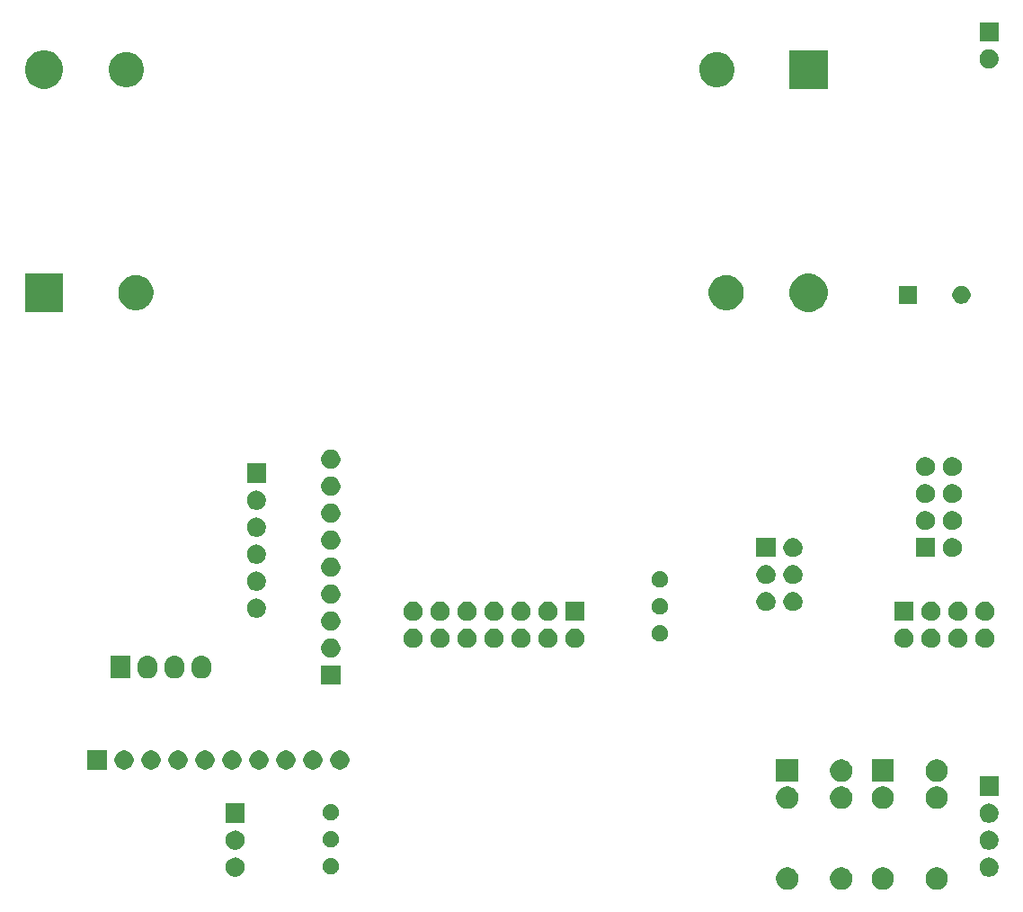
<source format=gbr>
G04 #@! TF.GenerationSoftware,KiCad,Pcbnew,5.1.5-1.fc30*
G04 #@! TF.CreationDate,2020-10-13T00:09:33+02:00*
G04 #@! TF.ProjectId,BeaconTemperature2,42656163-6f6e-4546-956d-706572617475,rev?*
G04 #@! TF.SameCoordinates,Original*
G04 #@! TF.FileFunction,Soldermask,Bot*
G04 #@! TF.FilePolarity,Negative*
%FSLAX46Y46*%
G04 Gerber Fmt 4.6, Leading zero omitted, Abs format (unit mm)*
G04 Created by KiCad (PCBNEW 5.1.5-1.fc30) date 2020-10-13 00:09:33*
%MOMM*%
%LPD*%
G04 APERTURE LIST*
%ADD10C,0.100000*%
G04 APERTURE END LIST*
D10*
G36*
X115386564Y-108149389D02*
G01*
X115568842Y-108224891D01*
X115577835Y-108228616D01*
X115748740Y-108342811D01*
X115749973Y-108343635D01*
X115896365Y-108490027D01*
X116011385Y-108662167D01*
X116090611Y-108853436D01*
X116131000Y-109056484D01*
X116131000Y-109263516D01*
X116090611Y-109466564D01*
X116011385Y-109657833D01*
X116011384Y-109657835D01*
X115896365Y-109829973D01*
X115749973Y-109976365D01*
X115577835Y-110091384D01*
X115577834Y-110091385D01*
X115577833Y-110091385D01*
X115386564Y-110170611D01*
X115183516Y-110211000D01*
X114976484Y-110211000D01*
X114773436Y-110170611D01*
X114582167Y-110091385D01*
X114582166Y-110091385D01*
X114582165Y-110091384D01*
X114410027Y-109976365D01*
X114263635Y-109829973D01*
X114148616Y-109657835D01*
X114148615Y-109657833D01*
X114069389Y-109466564D01*
X114029000Y-109263516D01*
X114029000Y-109056484D01*
X114069389Y-108853436D01*
X114148615Y-108662167D01*
X114263635Y-108490027D01*
X114410027Y-108343635D01*
X114411260Y-108342811D01*
X114582165Y-108228616D01*
X114591158Y-108224891D01*
X114773436Y-108149389D01*
X114976484Y-108109000D01*
X115183516Y-108109000D01*
X115386564Y-108149389D01*
G37*
G36*
X101306564Y-108149389D02*
G01*
X101488842Y-108224891D01*
X101497835Y-108228616D01*
X101668740Y-108342811D01*
X101669973Y-108343635D01*
X101816365Y-108490027D01*
X101931385Y-108662167D01*
X102010611Y-108853436D01*
X102051000Y-109056484D01*
X102051000Y-109263516D01*
X102010611Y-109466564D01*
X101931385Y-109657833D01*
X101931384Y-109657835D01*
X101816365Y-109829973D01*
X101669973Y-109976365D01*
X101497835Y-110091384D01*
X101497834Y-110091385D01*
X101497833Y-110091385D01*
X101306564Y-110170611D01*
X101103516Y-110211000D01*
X100896484Y-110211000D01*
X100693436Y-110170611D01*
X100502167Y-110091385D01*
X100502166Y-110091385D01*
X100502165Y-110091384D01*
X100330027Y-109976365D01*
X100183635Y-109829973D01*
X100068616Y-109657835D01*
X100068615Y-109657833D01*
X99989389Y-109466564D01*
X99949000Y-109263516D01*
X99949000Y-109056484D01*
X99989389Y-108853436D01*
X100068615Y-108662167D01*
X100183635Y-108490027D01*
X100330027Y-108343635D01*
X100331260Y-108342811D01*
X100502165Y-108228616D01*
X100511158Y-108224891D01*
X100693436Y-108149389D01*
X100896484Y-108109000D01*
X101103516Y-108109000D01*
X101306564Y-108149389D01*
G37*
G36*
X106386564Y-108149389D02*
G01*
X106568842Y-108224891D01*
X106577835Y-108228616D01*
X106748740Y-108342811D01*
X106749973Y-108343635D01*
X106896365Y-108490027D01*
X107011385Y-108662167D01*
X107090611Y-108853436D01*
X107131000Y-109056484D01*
X107131000Y-109263516D01*
X107090611Y-109466564D01*
X107011385Y-109657833D01*
X107011384Y-109657835D01*
X106896365Y-109829973D01*
X106749973Y-109976365D01*
X106577835Y-110091384D01*
X106577834Y-110091385D01*
X106577833Y-110091385D01*
X106386564Y-110170611D01*
X106183516Y-110211000D01*
X105976484Y-110211000D01*
X105773436Y-110170611D01*
X105582167Y-110091385D01*
X105582166Y-110091385D01*
X105582165Y-110091384D01*
X105410027Y-109976365D01*
X105263635Y-109829973D01*
X105148616Y-109657835D01*
X105148615Y-109657833D01*
X105069389Y-109466564D01*
X105029000Y-109263516D01*
X105029000Y-109056484D01*
X105069389Y-108853436D01*
X105148615Y-108662167D01*
X105263635Y-108490027D01*
X105410027Y-108343635D01*
X105411260Y-108342811D01*
X105582165Y-108228616D01*
X105591158Y-108224891D01*
X105773436Y-108149389D01*
X105976484Y-108109000D01*
X106183516Y-108109000D01*
X106386564Y-108149389D01*
G37*
G36*
X110306564Y-108149389D02*
G01*
X110488842Y-108224891D01*
X110497835Y-108228616D01*
X110668740Y-108342811D01*
X110669973Y-108343635D01*
X110816365Y-108490027D01*
X110931385Y-108662167D01*
X111010611Y-108853436D01*
X111051000Y-109056484D01*
X111051000Y-109263516D01*
X111010611Y-109466564D01*
X110931385Y-109657833D01*
X110931384Y-109657835D01*
X110816365Y-109829973D01*
X110669973Y-109976365D01*
X110497835Y-110091384D01*
X110497834Y-110091385D01*
X110497833Y-110091385D01*
X110306564Y-110170611D01*
X110103516Y-110211000D01*
X109896484Y-110211000D01*
X109693436Y-110170611D01*
X109502167Y-110091385D01*
X109502166Y-110091385D01*
X109502165Y-110091384D01*
X109330027Y-109976365D01*
X109183635Y-109829973D01*
X109068616Y-109657835D01*
X109068615Y-109657833D01*
X108989389Y-109466564D01*
X108949000Y-109263516D01*
X108949000Y-109056484D01*
X108989389Y-108853436D01*
X109068615Y-108662167D01*
X109183635Y-108490027D01*
X109330027Y-108343635D01*
X109331260Y-108342811D01*
X109502165Y-108228616D01*
X109511158Y-108224891D01*
X109693436Y-108149389D01*
X109896484Y-108109000D01*
X110103516Y-108109000D01*
X110306564Y-108149389D01*
G37*
G36*
X120113512Y-107183927D02*
G01*
X120262812Y-107213624D01*
X120426784Y-107281544D01*
X120574354Y-107380147D01*
X120699853Y-107505646D01*
X120798456Y-107653216D01*
X120866376Y-107817188D01*
X120901000Y-107991259D01*
X120901000Y-108168741D01*
X120866376Y-108342812D01*
X120798456Y-108506784D01*
X120699853Y-108654354D01*
X120574354Y-108779853D01*
X120426784Y-108878456D01*
X120262812Y-108946376D01*
X120113512Y-108976073D01*
X120088742Y-108981000D01*
X119911258Y-108981000D01*
X119886488Y-108976073D01*
X119737188Y-108946376D01*
X119573216Y-108878456D01*
X119425646Y-108779853D01*
X119300147Y-108654354D01*
X119201544Y-108506784D01*
X119133624Y-108342812D01*
X119099000Y-108168741D01*
X119099000Y-107991259D01*
X119133624Y-107817188D01*
X119201544Y-107653216D01*
X119300147Y-107505646D01*
X119425646Y-107380147D01*
X119573216Y-107281544D01*
X119737188Y-107213624D01*
X119886488Y-107183927D01*
X119911258Y-107179000D01*
X120088742Y-107179000D01*
X120113512Y-107183927D01*
G37*
G36*
X49113512Y-107183927D02*
G01*
X49262812Y-107213624D01*
X49426784Y-107281544D01*
X49574354Y-107380147D01*
X49699853Y-107505646D01*
X49798456Y-107653216D01*
X49866376Y-107817188D01*
X49901000Y-107991259D01*
X49901000Y-108168741D01*
X49866376Y-108342812D01*
X49798456Y-108506784D01*
X49699853Y-108654354D01*
X49574354Y-108779853D01*
X49426784Y-108878456D01*
X49262812Y-108946376D01*
X49113512Y-108976073D01*
X49088742Y-108981000D01*
X48911258Y-108981000D01*
X48886488Y-108976073D01*
X48737188Y-108946376D01*
X48573216Y-108878456D01*
X48425646Y-108779853D01*
X48300147Y-108654354D01*
X48201544Y-108506784D01*
X48133624Y-108342812D01*
X48099000Y-108168741D01*
X48099000Y-107991259D01*
X48133624Y-107817188D01*
X48201544Y-107653216D01*
X48300147Y-107505646D01*
X48425646Y-107380147D01*
X48573216Y-107281544D01*
X48737188Y-107213624D01*
X48886488Y-107183927D01*
X48911258Y-107179000D01*
X49088742Y-107179000D01*
X49113512Y-107183927D01*
G37*
G36*
X58125589Y-107238876D02*
G01*
X58224893Y-107258629D01*
X58365206Y-107316748D01*
X58491484Y-107401125D01*
X58598875Y-107508516D01*
X58683252Y-107634794D01*
X58741371Y-107775107D01*
X58771000Y-107924063D01*
X58771000Y-108075937D01*
X58741371Y-108224893D01*
X58683252Y-108365206D01*
X58598875Y-108491484D01*
X58491484Y-108598875D01*
X58365206Y-108683252D01*
X58224893Y-108741371D01*
X58125589Y-108761124D01*
X58075938Y-108771000D01*
X57924062Y-108771000D01*
X57874411Y-108761124D01*
X57775107Y-108741371D01*
X57634794Y-108683252D01*
X57508516Y-108598875D01*
X57401125Y-108491484D01*
X57316748Y-108365206D01*
X57258629Y-108224893D01*
X57229000Y-108075937D01*
X57229000Y-107924063D01*
X57258629Y-107775107D01*
X57316748Y-107634794D01*
X57401125Y-107508516D01*
X57508516Y-107401125D01*
X57634794Y-107316748D01*
X57775107Y-107258629D01*
X57874411Y-107238876D01*
X57924062Y-107229000D01*
X58075938Y-107229000D01*
X58125589Y-107238876D01*
G37*
G36*
X120113512Y-104643927D02*
G01*
X120262812Y-104673624D01*
X120426784Y-104741544D01*
X120574354Y-104840147D01*
X120699853Y-104965646D01*
X120798456Y-105113216D01*
X120866376Y-105277188D01*
X120901000Y-105451259D01*
X120901000Y-105628741D01*
X120866376Y-105802812D01*
X120798456Y-105966784D01*
X120699853Y-106114354D01*
X120574354Y-106239853D01*
X120426784Y-106338456D01*
X120262812Y-106406376D01*
X120113512Y-106436073D01*
X120088742Y-106441000D01*
X119911258Y-106441000D01*
X119886488Y-106436073D01*
X119737188Y-106406376D01*
X119573216Y-106338456D01*
X119425646Y-106239853D01*
X119300147Y-106114354D01*
X119201544Y-105966784D01*
X119133624Y-105802812D01*
X119099000Y-105628741D01*
X119099000Y-105451259D01*
X119133624Y-105277188D01*
X119201544Y-105113216D01*
X119300147Y-104965646D01*
X119425646Y-104840147D01*
X119573216Y-104741544D01*
X119737188Y-104673624D01*
X119886488Y-104643927D01*
X119911258Y-104639000D01*
X120088742Y-104639000D01*
X120113512Y-104643927D01*
G37*
G36*
X49113512Y-104643927D02*
G01*
X49262812Y-104673624D01*
X49426784Y-104741544D01*
X49574354Y-104840147D01*
X49699853Y-104965646D01*
X49798456Y-105113216D01*
X49866376Y-105277188D01*
X49901000Y-105451259D01*
X49901000Y-105628741D01*
X49866376Y-105802812D01*
X49798456Y-105966784D01*
X49699853Y-106114354D01*
X49574354Y-106239853D01*
X49426784Y-106338456D01*
X49262812Y-106406376D01*
X49113512Y-106436073D01*
X49088742Y-106441000D01*
X48911258Y-106441000D01*
X48886488Y-106436073D01*
X48737188Y-106406376D01*
X48573216Y-106338456D01*
X48425646Y-106239853D01*
X48300147Y-106114354D01*
X48201544Y-105966784D01*
X48133624Y-105802812D01*
X48099000Y-105628741D01*
X48099000Y-105451259D01*
X48133624Y-105277188D01*
X48201544Y-105113216D01*
X48300147Y-104965646D01*
X48425646Y-104840147D01*
X48573216Y-104741544D01*
X48737188Y-104673624D01*
X48886488Y-104643927D01*
X48911258Y-104639000D01*
X49088742Y-104639000D01*
X49113512Y-104643927D01*
G37*
G36*
X58125589Y-104698876D02*
G01*
X58224893Y-104718629D01*
X58365206Y-104776748D01*
X58491484Y-104861125D01*
X58598875Y-104968516D01*
X58683252Y-105094794D01*
X58741371Y-105235107D01*
X58771000Y-105384063D01*
X58771000Y-105535937D01*
X58741371Y-105684893D01*
X58683252Y-105825206D01*
X58598875Y-105951484D01*
X58491484Y-106058875D01*
X58365206Y-106143252D01*
X58224893Y-106201371D01*
X58125589Y-106221124D01*
X58075938Y-106231000D01*
X57924062Y-106231000D01*
X57874411Y-106221124D01*
X57775107Y-106201371D01*
X57634794Y-106143252D01*
X57508516Y-106058875D01*
X57401125Y-105951484D01*
X57316748Y-105825206D01*
X57258629Y-105684893D01*
X57229000Y-105535937D01*
X57229000Y-105384063D01*
X57258629Y-105235107D01*
X57316748Y-105094794D01*
X57401125Y-104968516D01*
X57508516Y-104861125D01*
X57634794Y-104776748D01*
X57775107Y-104718629D01*
X57874411Y-104698876D01*
X57924062Y-104689000D01*
X58075938Y-104689000D01*
X58125589Y-104698876D01*
G37*
G36*
X120113512Y-102103927D02*
G01*
X120262812Y-102133624D01*
X120426784Y-102201544D01*
X120574354Y-102300147D01*
X120699853Y-102425646D01*
X120798456Y-102573216D01*
X120866376Y-102737188D01*
X120901000Y-102911259D01*
X120901000Y-103088741D01*
X120866376Y-103262812D01*
X120798456Y-103426784D01*
X120699853Y-103574354D01*
X120574354Y-103699853D01*
X120426784Y-103798456D01*
X120262812Y-103866376D01*
X120113512Y-103896073D01*
X120088742Y-103901000D01*
X119911258Y-103901000D01*
X119886488Y-103896073D01*
X119737188Y-103866376D01*
X119573216Y-103798456D01*
X119425646Y-103699853D01*
X119300147Y-103574354D01*
X119201544Y-103426784D01*
X119133624Y-103262812D01*
X119099000Y-103088741D01*
X119099000Y-102911259D01*
X119133624Y-102737188D01*
X119201544Y-102573216D01*
X119300147Y-102425646D01*
X119425646Y-102300147D01*
X119573216Y-102201544D01*
X119737188Y-102133624D01*
X119886488Y-102103927D01*
X119911258Y-102099000D01*
X120088742Y-102099000D01*
X120113512Y-102103927D01*
G37*
G36*
X49901000Y-103901000D02*
G01*
X48099000Y-103901000D01*
X48099000Y-102099000D01*
X49901000Y-102099000D01*
X49901000Y-103901000D01*
G37*
G36*
X58125589Y-102158876D02*
G01*
X58224893Y-102178629D01*
X58365206Y-102236748D01*
X58491484Y-102321125D01*
X58598875Y-102428516D01*
X58683252Y-102554794D01*
X58741371Y-102695107D01*
X58771000Y-102844063D01*
X58771000Y-102995937D01*
X58741371Y-103144893D01*
X58683252Y-103285206D01*
X58598875Y-103411484D01*
X58491484Y-103518875D01*
X58365206Y-103603252D01*
X58224893Y-103661371D01*
X58125589Y-103681124D01*
X58075938Y-103691000D01*
X57924062Y-103691000D01*
X57874411Y-103681124D01*
X57775107Y-103661371D01*
X57634794Y-103603252D01*
X57508516Y-103518875D01*
X57401125Y-103411484D01*
X57316748Y-103285206D01*
X57258629Y-103144893D01*
X57229000Y-102995937D01*
X57229000Y-102844063D01*
X57258629Y-102695107D01*
X57316748Y-102554794D01*
X57401125Y-102428516D01*
X57508516Y-102321125D01*
X57634794Y-102236748D01*
X57775107Y-102178629D01*
X57874411Y-102158876D01*
X57924062Y-102149000D01*
X58075938Y-102149000D01*
X58125589Y-102158876D01*
G37*
G36*
X110306564Y-100529389D02*
G01*
X110497833Y-100608615D01*
X110497835Y-100608616D01*
X110669973Y-100723635D01*
X110816365Y-100870027D01*
X110931385Y-101042167D01*
X111010611Y-101233436D01*
X111051000Y-101436484D01*
X111051000Y-101643516D01*
X111010611Y-101846564D01*
X110931385Y-102037833D01*
X110931384Y-102037835D01*
X110816365Y-102209973D01*
X110669973Y-102356365D01*
X110497835Y-102471384D01*
X110497834Y-102471385D01*
X110497833Y-102471385D01*
X110306564Y-102550611D01*
X110103516Y-102591000D01*
X109896484Y-102591000D01*
X109693436Y-102550611D01*
X109502167Y-102471385D01*
X109502166Y-102471385D01*
X109502165Y-102471384D01*
X109330027Y-102356365D01*
X109183635Y-102209973D01*
X109068616Y-102037835D01*
X109068615Y-102037833D01*
X108989389Y-101846564D01*
X108949000Y-101643516D01*
X108949000Y-101436484D01*
X108989389Y-101233436D01*
X109068615Y-101042167D01*
X109183635Y-100870027D01*
X109330027Y-100723635D01*
X109502165Y-100608616D01*
X109502167Y-100608615D01*
X109693436Y-100529389D01*
X109896484Y-100489000D01*
X110103516Y-100489000D01*
X110306564Y-100529389D01*
G37*
G36*
X101306564Y-100529389D02*
G01*
X101497833Y-100608615D01*
X101497835Y-100608616D01*
X101669973Y-100723635D01*
X101816365Y-100870027D01*
X101931385Y-101042167D01*
X102010611Y-101233436D01*
X102051000Y-101436484D01*
X102051000Y-101643516D01*
X102010611Y-101846564D01*
X101931385Y-102037833D01*
X101931384Y-102037835D01*
X101816365Y-102209973D01*
X101669973Y-102356365D01*
X101497835Y-102471384D01*
X101497834Y-102471385D01*
X101497833Y-102471385D01*
X101306564Y-102550611D01*
X101103516Y-102591000D01*
X100896484Y-102591000D01*
X100693436Y-102550611D01*
X100502167Y-102471385D01*
X100502166Y-102471385D01*
X100502165Y-102471384D01*
X100330027Y-102356365D01*
X100183635Y-102209973D01*
X100068616Y-102037835D01*
X100068615Y-102037833D01*
X99989389Y-101846564D01*
X99949000Y-101643516D01*
X99949000Y-101436484D01*
X99989389Y-101233436D01*
X100068615Y-101042167D01*
X100183635Y-100870027D01*
X100330027Y-100723635D01*
X100502165Y-100608616D01*
X100502167Y-100608615D01*
X100693436Y-100529389D01*
X100896484Y-100489000D01*
X101103516Y-100489000D01*
X101306564Y-100529389D01*
G37*
G36*
X115386564Y-100529389D02*
G01*
X115577833Y-100608615D01*
X115577835Y-100608616D01*
X115749973Y-100723635D01*
X115896365Y-100870027D01*
X116011385Y-101042167D01*
X116090611Y-101233436D01*
X116131000Y-101436484D01*
X116131000Y-101643516D01*
X116090611Y-101846564D01*
X116011385Y-102037833D01*
X116011384Y-102037835D01*
X115896365Y-102209973D01*
X115749973Y-102356365D01*
X115577835Y-102471384D01*
X115577834Y-102471385D01*
X115577833Y-102471385D01*
X115386564Y-102550611D01*
X115183516Y-102591000D01*
X114976484Y-102591000D01*
X114773436Y-102550611D01*
X114582167Y-102471385D01*
X114582166Y-102471385D01*
X114582165Y-102471384D01*
X114410027Y-102356365D01*
X114263635Y-102209973D01*
X114148616Y-102037835D01*
X114148615Y-102037833D01*
X114069389Y-101846564D01*
X114029000Y-101643516D01*
X114029000Y-101436484D01*
X114069389Y-101233436D01*
X114148615Y-101042167D01*
X114263635Y-100870027D01*
X114410027Y-100723635D01*
X114582165Y-100608616D01*
X114582167Y-100608615D01*
X114773436Y-100529389D01*
X114976484Y-100489000D01*
X115183516Y-100489000D01*
X115386564Y-100529389D01*
G37*
G36*
X106386564Y-100529389D02*
G01*
X106577833Y-100608615D01*
X106577835Y-100608616D01*
X106749973Y-100723635D01*
X106896365Y-100870027D01*
X107011385Y-101042167D01*
X107090611Y-101233436D01*
X107131000Y-101436484D01*
X107131000Y-101643516D01*
X107090611Y-101846564D01*
X107011385Y-102037833D01*
X107011384Y-102037835D01*
X106896365Y-102209973D01*
X106749973Y-102356365D01*
X106577835Y-102471384D01*
X106577834Y-102471385D01*
X106577833Y-102471385D01*
X106386564Y-102550611D01*
X106183516Y-102591000D01*
X105976484Y-102591000D01*
X105773436Y-102550611D01*
X105582167Y-102471385D01*
X105582166Y-102471385D01*
X105582165Y-102471384D01*
X105410027Y-102356365D01*
X105263635Y-102209973D01*
X105148616Y-102037835D01*
X105148615Y-102037833D01*
X105069389Y-101846564D01*
X105029000Y-101643516D01*
X105029000Y-101436484D01*
X105069389Y-101233436D01*
X105148615Y-101042167D01*
X105263635Y-100870027D01*
X105410027Y-100723635D01*
X105582165Y-100608616D01*
X105582167Y-100608615D01*
X105773436Y-100529389D01*
X105976484Y-100489000D01*
X106183516Y-100489000D01*
X106386564Y-100529389D01*
G37*
G36*
X120901000Y-101361000D02*
G01*
X119099000Y-101361000D01*
X119099000Y-99559000D01*
X120901000Y-99559000D01*
X120901000Y-101361000D01*
G37*
G36*
X115386564Y-97989389D02*
G01*
X115577833Y-98068615D01*
X115577835Y-98068616D01*
X115749973Y-98183635D01*
X115896365Y-98330027D01*
X115961015Y-98426782D01*
X116011385Y-98502167D01*
X116090611Y-98693436D01*
X116131000Y-98896484D01*
X116131000Y-99103516D01*
X116090611Y-99306564D01*
X116011385Y-99497833D01*
X116011384Y-99497835D01*
X115896365Y-99669973D01*
X115749973Y-99816365D01*
X115577835Y-99931384D01*
X115577834Y-99931385D01*
X115577833Y-99931385D01*
X115386564Y-100010611D01*
X115183516Y-100051000D01*
X114976484Y-100051000D01*
X114773436Y-100010611D01*
X114582167Y-99931385D01*
X114582166Y-99931385D01*
X114582165Y-99931384D01*
X114410027Y-99816365D01*
X114263635Y-99669973D01*
X114148616Y-99497835D01*
X114148615Y-99497833D01*
X114069389Y-99306564D01*
X114029000Y-99103516D01*
X114029000Y-98896484D01*
X114069389Y-98693436D01*
X114148615Y-98502167D01*
X114198986Y-98426782D01*
X114263635Y-98330027D01*
X114410027Y-98183635D01*
X114582165Y-98068616D01*
X114582167Y-98068615D01*
X114773436Y-97989389D01*
X114976484Y-97949000D01*
X115183516Y-97949000D01*
X115386564Y-97989389D01*
G37*
G36*
X111051000Y-100051000D02*
G01*
X108949000Y-100051000D01*
X108949000Y-97949000D01*
X111051000Y-97949000D01*
X111051000Y-100051000D01*
G37*
G36*
X102051000Y-100051000D02*
G01*
X99949000Y-100051000D01*
X99949000Y-97949000D01*
X102051000Y-97949000D01*
X102051000Y-100051000D01*
G37*
G36*
X106386564Y-97989389D02*
G01*
X106577833Y-98068615D01*
X106577835Y-98068616D01*
X106749973Y-98183635D01*
X106896365Y-98330027D01*
X106961015Y-98426782D01*
X107011385Y-98502167D01*
X107090611Y-98693436D01*
X107131000Y-98896484D01*
X107131000Y-99103516D01*
X107090611Y-99306564D01*
X107011385Y-99497833D01*
X107011384Y-99497835D01*
X106896365Y-99669973D01*
X106749973Y-99816365D01*
X106577835Y-99931384D01*
X106577834Y-99931385D01*
X106577833Y-99931385D01*
X106386564Y-100010611D01*
X106183516Y-100051000D01*
X105976484Y-100051000D01*
X105773436Y-100010611D01*
X105582167Y-99931385D01*
X105582166Y-99931385D01*
X105582165Y-99931384D01*
X105410027Y-99816365D01*
X105263635Y-99669973D01*
X105148616Y-99497835D01*
X105148615Y-99497833D01*
X105069389Y-99306564D01*
X105029000Y-99103516D01*
X105029000Y-98896484D01*
X105069389Y-98693436D01*
X105148615Y-98502167D01*
X105198986Y-98426782D01*
X105263635Y-98330027D01*
X105410027Y-98183635D01*
X105582165Y-98068616D01*
X105582167Y-98068615D01*
X105773436Y-97989389D01*
X105976484Y-97949000D01*
X106183516Y-97949000D01*
X106386564Y-97989389D01*
G37*
G36*
X51353512Y-97103927D02*
G01*
X51502812Y-97133624D01*
X51666784Y-97201544D01*
X51814354Y-97300147D01*
X51939853Y-97425646D01*
X52038456Y-97573216D01*
X52106376Y-97737188D01*
X52141000Y-97911259D01*
X52141000Y-98088741D01*
X52106376Y-98262812D01*
X52038456Y-98426784D01*
X51939853Y-98574354D01*
X51814354Y-98699853D01*
X51666784Y-98798456D01*
X51502812Y-98866376D01*
X51353512Y-98896073D01*
X51328742Y-98901000D01*
X51151258Y-98901000D01*
X51126488Y-98896073D01*
X50977188Y-98866376D01*
X50813216Y-98798456D01*
X50665646Y-98699853D01*
X50540147Y-98574354D01*
X50441544Y-98426784D01*
X50373624Y-98262812D01*
X50339000Y-98088741D01*
X50339000Y-97911259D01*
X50373624Y-97737188D01*
X50441544Y-97573216D01*
X50540147Y-97425646D01*
X50665646Y-97300147D01*
X50813216Y-97201544D01*
X50977188Y-97133624D01*
X51126488Y-97103927D01*
X51151258Y-97099000D01*
X51328742Y-97099000D01*
X51353512Y-97103927D01*
G37*
G36*
X58973512Y-97103927D02*
G01*
X59122812Y-97133624D01*
X59286784Y-97201544D01*
X59434354Y-97300147D01*
X59559853Y-97425646D01*
X59658456Y-97573216D01*
X59726376Y-97737188D01*
X59761000Y-97911259D01*
X59761000Y-98088741D01*
X59726376Y-98262812D01*
X59658456Y-98426784D01*
X59559853Y-98574354D01*
X59434354Y-98699853D01*
X59286784Y-98798456D01*
X59122812Y-98866376D01*
X58973512Y-98896073D01*
X58948742Y-98901000D01*
X58771258Y-98901000D01*
X58746488Y-98896073D01*
X58597188Y-98866376D01*
X58433216Y-98798456D01*
X58285646Y-98699853D01*
X58160147Y-98574354D01*
X58061544Y-98426784D01*
X57993624Y-98262812D01*
X57959000Y-98088741D01*
X57959000Y-97911259D01*
X57993624Y-97737188D01*
X58061544Y-97573216D01*
X58160147Y-97425646D01*
X58285646Y-97300147D01*
X58433216Y-97201544D01*
X58597188Y-97133624D01*
X58746488Y-97103927D01*
X58771258Y-97099000D01*
X58948742Y-97099000D01*
X58973512Y-97103927D01*
G37*
G36*
X56433512Y-97103927D02*
G01*
X56582812Y-97133624D01*
X56746784Y-97201544D01*
X56894354Y-97300147D01*
X57019853Y-97425646D01*
X57118456Y-97573216D01*
X57186376Y-97737188D01*
X57221000Y-97911259D01*
X57221000Y-98088741D01*
X57186376Y-98262812D01*
X57118456Y-98426784D01*
X57019853Y-98574354D01*
X56894354Y-98699853D01*
X56746784Y-98798456D01*
X56582812Y-98866376D01*
X56433512Y-98896073D01*
X56408742Y-98901000D01*
X56231258Y-98901000D01*
X56206488Y-98896073D01*
X56057188Y-98866376D01*
X55893216Y-98798456D01*
X55745646Y-98699853D01*
X55620147Y-98574354D01*
X55521544Y-98426784D01*
X55453624Y-98262812D01*
X55419000Y-98088741D01*
X55419000Y-97911259D01*
X55453624Y-97737188D01*
X55521544Y-97573216D01*
X55620147Y-97425646D01*
X55745646Y-97300147D01*
X55893216Y-97201544D01*
X56057188Y-97133624D01*
X56206488Y-97103927D01*
X56231258Y-97099000D01*
X56408742Y-97099000D01*
X56433512Y-97103927D01*
G37*
G36*
X53893512Y-97103927D02*
G01*
X54042812Y-97133624D01*
X54206784Y-97201544D01*
X54354354Y-97300147D01*
X54479853Y-97425646D01*
X54578456Y-97573216D01*
X54646376Y-97737188D01*
X54681000Y-97911259D01*
X54681000Y-98088741D01*
X54646376Y-98262812D01*
X54578456Y-98426784D01*
X54479853Y-98574354D01*
X54354354Y-98699853D01*
X54206784Y-98798456D01*
X54042812Y-98866376D01*
X53893512Y-98896073D01*
X53868742Y-98901000D01*
X53691258Y-98901000D01*
X53666488Y-98896073D01*
X53517188Y-98866376D01*
X53353216Y-98798456D01*
X53205646Y-98699853D01*
X53080147Y-98574354D01*
X52981544Y-98426784D01*
X52913624Y-98262812D01*
X52879000Y-98088741D01*
X52879000Y-97911259D01*
X52913624Y-97737188D01*
X52981544Y-97573216D01*
X53080147Y-97425646D01*
X53205646Y-97300147D01*
X53353216Y-97201544D01*
X53517188Y-97133624D01*
X53666488Y-97103927D01*
X53691258Y-97099000D01*
X53868742Y-97099000D01*
X53893512Y-97103927D01*
G37*
G36*
X48813512Y-97103927D02*
G01*
X48962812Y-97133624D01*
X49126784Y-97201544D01*
X49274354Y-97300147D01*
X49399853Y-97425646D01*
X49498456Y-97573216D01*
X49566376Y-97737188D01*
X49601000Y-97911259D01*
X49601000Y-98088741D01*
X49566376Y-98262812D01*
X49498456Y-98426784D01*
X49399853Y-98574354D01*
X49274354Y-98699853D01*
X49126784Y-98798456D01*
X48962812Y-98866376D01*
X48813512Y-98896073D01*
X48788742Y-98901000D01*
X48611258Y-98901000D01*
X48586488Y-98896073D01*
X48437188Y-98866376D01*
X48273216Y-98798456D01*
X48125646Y-98699853D01*
X48000147Y-98574354D01*
X47901544Y-98426784D01*
X47833624Y-98262812D01*
X47799000Y-98088741D01*
X47799000Y-97911259D01*
X47833624Y-97737188D01*
X47901544Y-97573216D01*
X48000147Y-97425646D01*
X48125646Y-97300147D01*
X48273216Y-97201544D01*
X48437188Y-97133624D01*
X48586488Y-97103927D01*
X48611258Y-97099000D01*
X48788742Y-97099000D01*
X48813512Y-97103927D01*
G37*
G36*
X46273512Y-97103927D02*
G01*
X46422812Y-97133624D01*
X46586784Y-97201544D01*
X46734354Y-97300147D01*
X46859853Y-97425646D01*
X46958456Y-97573216D01*
X47026376Y-97737188D01*
X47061000Y-97911259D01*
X47061000Y-98088741D01*
X47026376Y-98262812D01*
X46958456Y-98426784D01*
X46859853Y-98574354D01*
X46734354Y-98699853D01*
X46586784Y-98798456D01*
X46422812Y-98866376D01*
X46273512Y-98896073D01*
X46248742Y-98901000D01*
X46071258Y-98901000D01*
X46046488Y-98896073D01*
X45897188Y-98866376D01*
X45733216Y-98798456D01*
X45585646Y-98699853D01*
X45460147Y-98574354D01*
X45361544Y-98426784D01*
X45293624Y-98262812D01*
X45259000Y-98088741D01*
X45259000Y-97911259D01*
X45293624Y-97737188D01*
X45361544Y-97573216D01*
X45460147Y-97425646D01*
X45585646Y-97300147D01*
X45733216Y-97201544D01*
X45897188Y-97133624D01*
X46046488Y-97103927D01*
X46071258Y-97099000D01*
X46248742Y-97099000D01*
X46273512Y-97103927D01*
G37*
G36*
X43733512Y-97103927D02*
G01*
X43882812Y-97133624D01*
X44046784Y-97201544D01*
X44194354Y-97300147D01*
X44319853Y-97425646D01*
X44418456Y-97573216D01*
X44486376Y-97737188D01*
X44521000Y-97911259D01*
X44521000Y-98088741D01*
X44486376Y-98262812D01*
X44418456Y-98426784D01*
X44319853Y-98574354D01*
X44194354Y-98699853D01*
X44046784Y-98798456D01*
X43882812Y-98866376D01*
X43733512Y-98896073D01*
X43708742Y-98901000D01*
X43531258Y-98901000D01*
X43506488Y-98896073D01*
X43357188Y-98866376D01*
X43193216Y-98798456D01*
X43045646Y-98699853D01*
X42920147Y-98574354D01*
X42821544Y-98426784D01*
X42753624Y-98262812D01*
X42719000Y-98088741D01*
X42719000Y-97911259D01*
X42753624Y-97737188D01*
X42821544Y-97573216D01*
X42920147Y-97425646D01*
X43045646Y-97300147D01*
X43193216Y-97201544D01*
X43357188Y-97133624D01*
X43506488Y-97103927D01*
X43531258Y-97099000D01*
X43708742Y-97099000D01*
X43733512Y-97103927D01*
G37*
G36*
X41193512Y-97103927D02*
G01*
X41342812Y-97133624D01*
X41506784Y-97201544D01*
X41654354Y-97300147D01*
X41779853Y-97425646D01*
X41878456Y-97573216D01*
X41946376Y-97737188D01*
X41981000Y-97911259D01*
X41981000Y-98088741D01*
X41946376Y-98262812D01*
X41878456Y-98426784D01*
X41779853Y-98574354D01*
X41654354Y-98699853D01*
X41506784Y-98798456D01*
X41342812Y-98866376D01*
X41193512Y-98896073D01*
X41168742Y-98901000D01*
X40991258Y-98901000D01*
X40966488Y-98896073D01*
X40817188Y-98866376D01*
X40653216Y-98798456D01*
X40505646Y-98699853D01*
X40380147Y-98574354D01*
X40281544Y-98426784D01*
X40213624Y-98262812D01*
X40179000Y-98088741D01*
X40179000Y-97911259D01*
X40213624Y-97737188D01*
X40281544Y-97573216D01*
X40380147Y-97425646D01*
X40505646Y-97300147D01*
X40653216Y-97201544D01*
X40817188Y-97133624D01*
X40966488Y-97103927D01*
X40991258Y-97099000D01*
X41168742Y-97099000D01*
X41193512Y-97103927D01*
G37*
G36*
X38653512Y-97103927D02*
G01*
X38802812Y-97133624D01*
X38966784Y-97201544D01*
X39114354Y-97300147D01*
X39239853Y-97425646D01*
X39338456Y-97573216D01*
X39406376Y-97737188D01*
X39441000Y-97911259D01*
X39441000Y-98088741D01*
X39406376Y-98262812D01*
X39338456Y-98426784D01*
X39239853Y-98574354D01*
X39114354Y-98699853D01*
X38966784Y-98798456D01*
X38802812Y-98866376D01*
X38653512Y-98896073D01*
X38628742Y-98901000D01*
X38451258Y-98901000D01*
X38426488Y-98896073D01*
X38277188Y-98866376D01*
X38113216Y-98798456D01*
X37965646Y-98699853D01*
X37840147Y-98574354D01*
X37741544Y-98426784D01*
X37673624Y-98262812D01*
X37639000Y-98088741D01*
X37639000Y-97911259D01*
X37673624Y-97737188D01*
X37741544Y-97573216D01*
X37840147Y-97425646D01*
X37965646Y-97300147D01*
X38113216Y-97201544D01*
X38277188Y-97133624D01*
X38426488Y-97103927D01*
X38451258Y-97099000D01*
X38628742Y-97099000D01*
X38653512Y-97103927D01*
G37*
G36*
X36901000Y-98901000D02*
G01*
X35099000Y-98901000D01*
X35099000Y-97099000D01*
X36901000Y-97099000D01*
X36901000Y-98901000D01*
G37*
G36*
X58901000Y-90901000D02*
G01*
X57099000Y-90901000D01*
X57099000Y-89099000D01*
X58901000Y-89099000D01*
X58901000Y-90901000D01*
G37*
G36*
X43449293Y-88196233D02*
G01*
X43621694Y-88248531D01*
X43780583Y-88333458D01*
X43919849Y-88447751D01*
X44034142Y-88587017D01*
X44119069Y-88745905D01*
X44171367Y-88918306D01*
X44184600Y-89052669D01*
X44184600Y-89447330D01*
X44171367Y-89581693D01*
X44119069Y-89754094D01*
X44034142Y-89912983D01*
X43919849Y-90052249D01*
X43780583Y-90166542D01*
X43621695Y-90251469D01*
X43449294Y-90303767D01*
X43270000Y-90321425D01*
X43090707Y-90303767D01*
X42918306Y-90251469D01*
X42759418Y-90166542D01*
X42620152Y-90052249D01*
X42505858Y-89912982D01*
X42420931Y-89754095D01*
X42368633Y-89581694D01*
X42355400Y-89447331D01*
X42355400Y-89052670D01*
X42368633Y-88918307D01*
X42420931Y-88745906D01*
X42505858Y-88587017D01*
X42620151Y-88447751D01*
X42759417Y-88333458D01*
X42918305Y-88248531D01*
X43090706Y-88196233D01*
X43270000Y-88178575D01*
X43449293Y-88196233D01*
G37*
G36*
X40909293Y-88196233D02*
G01*
X41081694Y-88248531D01*
X41240583Y-88333458D01*
X41379849Y-88447751D01*
X41494142Y-88587017D01*
X41579069Y-88745905D01*
X41631367Y-88918306D01*
X41644600Y-89052669D01*
X41644600Y-89447330D01*
X41631367Y-89581693D01*
X41579069Y-89754094D01*
X41494142Y-89912983D01*
X41379849Y-90052249D01*
X41240583Y-90166542D01*
X41081695Y-90251469D01*
X40909294Y-90303767D01*
X40730000Y-90321425D01*
X40550707Y-90303767D01*
X40378306Y-90251469D01*
X40219418Y-90166542D01*
X40080152Y-90052249D01*
X39965858Y-89912982D01*
X39880931Y-89754095D01*
X39828633Y-89581694D01*
X39815400Y-89447331D01*
X39815400Y-89052670D01*
X39828633Y-88918307D01*
X39880931Y-88745906D01*
X39965858Y-88587017D01*
X40080151Y-88447751D01*
X40219417Y-88333458D01*
X40378305Y-88248531D01*
X40550706Y-88196233D01*
X40730000Y-88178575D01*
X40909293Y-88196233D01*
G37*
G36*
X45989293Y-88196233D02*
G01*
X46161694Y-88248531D01*
X46320583Y-88333458D01*
X46459849Y-88447751D01*
X46574142Y-88587017D01*
X46659069Y-88745905D01*
X46711367Y-88918306D01*
X46724600Y-89052669D01*
X46724600Y-89447330D01*
X46711367Y-89581693D01*
X46659069Y-89754094D01*
X46574142Y-89912983D01*
X46459849Y-90052249D01*
X46320583Y-90166542D01*
X46161695Y-90251469D01*
X45989294Y-90303767D01*
X45810000Y-90321425D01*
X45630707Y-90303767D01*
X45458306Y-90251469D01*
X45299418Y-90166542D01*
X45160152Y-90052249D01*
X45045858Y-89912982D01*
X44960931Y-89754095D01*
X44908633Y-89581694D01*
X44895400Y-89447331D01*
X44895400Y-89052670D01*
X44908633Y-88918307D01*
X44960931Y-88745906D01*
X45045858Y-88587017D01*
X45160151Y-88447751D01*
X45299417Y-88333458D01*
X45458305Y-88248531D01*
X45630706Y-88196233D01*
X45810000Y-88178575D01*
X45989293Y-88196233D01*
G37*
G36*
X39104600Y-90317000D02*
G01*
X37275400Y-90317000D01*
X37275400Y-88183000D01*
X39104600Y-88183000D01*
X39104600Y-90317000D01*
G37*
G36*
X58113512Y-86563927D02*
G01*
X58262812Y-86593624D01*
X58426784Y-86661544D01*
X58574354Y-86760147D01*
X58699853Y-86885646D01*
X58798456Y-87033216D01*
X58866376Y-87197188D01*
X58901000Y-87371259D01*
X58901000Y-87548741D01*
X58866376Y-87722812D01*
X58798456Y-87886784D01*
X58699853Y-88034354D01*
X58574354Y-88159853D01*
X58426784Y-88258456D01*
X58262812Y-88326376D01*
X58113512Y-88356073D01*
X58088742Y-88361000D01*
X57911258Y-88361000D01*
X57886488Y-88356073D01*
X57737188Y-88326376D01*
X57573216Y-88258456D01*
X57425646Y-88159853D01*
X57300147Y-88034354D01*
X57201544Y-87886784D01*
X57133624Y-87722812D01*
X57099000Y-87548741D01*
X57099000Y-87371259D01*
X57133624Y-87197188D01*
X57201544Y-87033216D01*
X57300147Y-86885646D01*
X57425646Y-86760147D01*
X57573216Y-86661544D01*
X57737188Y-86593624D01*
X57886488Y-86563927D01*
X57911258Y-86559000D01*
X58088742Y-86559000D01*
X58113512Y-86563927D01*
G37*
G36*
X117193512Y-85643927D02*
G01*
X117342812Y-85673624D01*
X117506784Y-85741544D01*
X117654354Y-85840147D01*
X117779853Y-85965646D01*
X117878456Y-86113216D01*
X117946376Y-86277188D01*
X117981000Y-86451259D01*
X117981000Y-86628741D01*
X117946376Y-86802812D01*
X117878456Y-86966784D01*
X117779853Y-87114354D01*
X117654354Y-87239853D01*
X117506784Y-87338456D01*
X117342812Y-87406376D01*
X117193512Y-87436073D01*
X117168742Y-87441000D01*
X116991258Y-87441000D01*
X116966488Y-87436073D01*
X116817188Y-87406376D01*
X116653216Y-87338456D01*
X116505646Y-87239853D01*
X116380147Y-87114354D01*
X116281544Y-86966784D01*
X116213624Y-86802812D01*
X116179000Y-86628741D01*
X116179000Y-86451259D01*
X116213624Y-86277188D01*
X116281544Y-86113216D01*
X116380147Y-85965646D01*
X116505646Y-85840147D01*
X116653216Y-85741544D01*
X116817188Y-85673624D01*
X116966488Y-85643927D01*
X116991258Y-85639000D01*
X117168742Y-85639000D01*
X117193512Y-85643927D01*
G37*
G36*
X112113512Y-85643927D02*
G01*
X112262812Y-85673624D01*
X112426784Y-85741544D01*
X112574354Y-85840147D01*
X112699853Y-85965646D01*
X112798456Y-86113216D01*
X112866376Y-86277188D01*
X112901000Y-86451259D01*
X112901000Y-86628741D01*
X112866376Y-86802812D01*
X112798456Y-86966784D01*
X112699853Y-87114354D01*
X112574354Y-87239853D01*
X112426784Y-87338456D01*
X112262812Y-87406376D01*
X112113512Y-87436073D01*
X112088742Y-87441000D01*
X111911258Y-87441000D01*
X111886488Y-87436073D01*
X111737188Y-87406376D01*
X111573216Y-87338456D01*
X111425646Y-87239853D01*
X111300147Y-87114354D01*
X111201544Y-86966784D01*
X111133624Y-86802812D01*
X111099000Y-86628741D01*
X111099000Y-86451259D01*
X111133624Y-86277188D01*
X111201544Y-86113216D01*
X111300147Y-85965646D01*
X111425646Y-85840147D01*
X111573216Y-85741544D01*
X111737188Y-85673624D01*
X111886488Y-85643927D01*
X111911258Y-85639000D01*
X112088742Y-85639000D01*
X112113512Y-85643927D01*
G37*
G36*
X114653512Y-85643927D02*
G01*
X114802812Y-85673624D01*
X114966784Y-85741544D01*
X115114354Y-85840147D01*
X115239853Y-85965646D01*
X115338456Y-86113216D01*
X115406376Y-86277188D01*
X115441000Y-86451259D01*
X115441000Y-86628741D01*
X115406376Y-86802812D01*
X115338456Y-86966784D01*
X115239853Y-87114354D01*
X115114354Y-87239853D01*
X114966784Y-87338456D01*
X114802812Y-87406376D01*
X114653512Y-87436073D01*
X114628742Y-87441000D01*
X114451258Y-87441000D01*
X114426488Y-87436073D01*
X114277188Y-87406376D01*
X114113216Y-87338456D01*
X113965646Y-87239853D01*
X113840147Y-87114354D01*
X113741544Y-86966784D01*
X113673624Y-86802812D01*
X113639000Y-86628741D01*
X113639000Y-86451259D01*
X113673624Y-86277188D01*
X113741544Y-86113216D01*
X113840147Y-85965646D01*
X113965646Y-85840147D01*
X114113216Y-85741544D01*
X114277188Y-85673624D01*
X114426488Y-85643927D01*
X114451258Y-85639000D01*
X114628742Y-85639000D01*
X114653512Y-85643927D01*
G37*
G36*
X65873512Y-85643927D02*
G01*
X66022812Y-85673624D01*
X66186784Y-85741544D01*
X66334354Y-85840147D01*
X66459853Y-85965646D01*
X66558456Y-86113216D01*
X66626376Y-86277188D01*
X66661000Y-86451259D01*
X66661000Y-86628741D01*
X66626376Y-86802812D01*
X66558456Y-86966784D01*
X66459853Y-87114354D01*
X66334354Y-87239853D01*
X66186784Y-87338456D01*
X66022812Y-87406376D01*
X65873512Y-87436073D01*
X65848742Y-87441000D01*
X65671258Y-87441000D01*
X65646488Y-87436073D01*
X65497188Y-87406376D01*
X65333216Y-87338456D01*
X65185646Y-87239853D01*
X65060147Y-87114354D01*
X64961544Y-86966784D01*
X64893624Y-86802812D01*
X64859000Y-86628741D01*
X64859000Y-86451259D01*
X64893624Y-86277188D01*
X64961544Y-86113216D01*
X65060147Y-85965646D01*
X65185646Y-85840147D01*
X65333216Y-85741544D01*
X65497188Y-85673624D01*
X65646488Y-85643927D01*
X65671258Y-85639000D01*
X65848742Y-85639000D01*
X65873512Y-85643927D01*
G37*
G36*
X78573512Y-85643927D02*
G01*
X78722812Y-85673624D01*
X78886784Y-85741544D01*
X79034354Y-85840147D01*
X79159853Y-85965646D01*
X79258456Y-86113216D01*
X79326376Y-86277188D01*
X79361000Y-86451259D01*
X79361000Y-86628741D01*
X79326376Y-86802812D01*
X79258456Y-86966784D01*
X79159853Y-87114354D01*
X79034354Y-87239853D01*
X78886784Y-87338456D01*
X78722812Y-87406376D01*
X78573512Y-87436073D01*
X78548742Y-87441000D01*
X78371258Y-87441000D01*
X78346488Y-87436073D01*
X78197188Y-87406376D01*
X78033216Y-87338456D01*
X77885646Y-87239853D01*
X77760147Y-87114354D01*
X77661544Y-86966784D01*
X77593624Y-86802812D01*
X77559000Y-86628741D01*
X77559000Y-86451259D01*
X77593624Y-86277188D01*
X77661544Y-86113216D01*
X77760147Y-85965646D01*
X77885646Y-85840147D01*
X78033216Y-85741544D01*
X78197188Y-85673624D01*
X78346488Y-85643927D01*
X78371258Y-85639000D01*
X78548742Y-85639000D01*
X78573512Y-85643927D01*
G37*
G36*
X81113512Y-85643927D02*
G01*
X81262812Y-85673624D01*
X81426784Y-85741544D01*
X81574354Y-85840147D01*
X81699853Y-85965646D01*
X81798456Y-86113216D01*
X81866376Y-86277188D01*
X81901000Y-86451259D01*
X81901000Y-86628741D01*
X81866376Y-86802812D01*
X81798456Y-86966784D01*
X81699853Y-87114354D01*
X81574354Y-87239853D01*
X81426784Y-87338456D01*
X81262812Y-87406376D01*
X81113512Y-87436073D01*
X81088742Y-87441000D01*
X80911258Y-87441000D01*
X80886488Y-87436073D01*
X80737188Y-87406376D01*
X80573216Y-87338456D01*
X80425646Y-87239853D01*
X80300147Y-87114354D01*
X80201544Y-86966784D01*
X80133624Y-86802812D01*
X80099000Y-86628741D01*
X80099000Y-86451259D01*
X80133624Y-86277188D01*
X80201544Y-86113216D01*
X80300147Y-85965646D01*
X80425646Y-85840147D01*
X80573216Y-85741544D01*
X80737188Y-85673624D01*
X80886488Y-85643927D01*
X80911258Y-85639000D01*
X81088742Y-85639000D01*
X81113512Y-85643927D01*
G37*
G36*
X70953512Y-85643927D02*
G01*
X71102812Y-85673624D01*
X71266784Y-85741544D01*
X71414354Y-85840147D01*
X71539853Y-85965646D01*
X71638456Y-86113216D01*
X71706376Y-86277188D01*
X71741000Y-86451259D01*
X71741000Y-86628741D01*
X71706376Y-86802812D01*
X71638456Y-86966784D01*
X71539853Y-87114354D01*
X71414354Y-87239853D01*
X71266784Y-87338456D01*
X71102812Y-87406376D01*
X70953512Y-87436073D01*
X70928742Y-87441000D01*
X70751258Y-87441000D01*
X70726488Y-87436073D01*
X70577188Y-87406376D01*
X70413216Y-87338456D01*
X70265646Y-87239853D01*
X70140147Y-87114354D01*
X70041544Y-86966784D01*
X69973624Y-86802812D01*
X69939000Y-86628741D01*
X69939000Y-86451259D01*
X69973624Y-86277188D01*
X70041544Y-86113216D01*
X70140147Y-85965646D01*
X70265646Y-85840147D01*
X70413216Y-85741544D01*
X70577188Y-85673624D01*
X70726488Y-85643927D01*
X70751258Y-85639000D01*
X70928742Y-85639000D01*
X70953512Y-85643927D01*
G37*
G36*
X119733512Y-85643927D02*
G01*
X119882812Y-85673624D01*
X120046784Y-85741544D01*
X120194354Y-85840147D01*
X120319853Y-85965646D01*
X120418456Y-86113216D01*
X120486376Y-86277188D01*
X120521000Y-86451259D01*
X120521000Y-86628741D01*
X120486376Y-86802812D01*
X120418456Y-86966784D01*
X120319853Y-87114354D01*
X120194354Y-87239853D01*
X120046784Y-87338456D01*
X119882812Y-87406376D01*
X119733512Y-87436073D01*
X119708742Y-87441000D01*
X119531258Y-87441000D01*
X119506488Y-87436073D01*
X119357188Y-87406376D01*
X119193216Y-87338456D01*
X119045646Y-87239853D01*
X118920147Y-87114354D01*
X118821544Y-86966784D01*
X118753624Y-86802812D01*
X118719000Y-86628741D01*
X118719000Y-86451259D01*
X118753624Y-86277188D01*
X118821544Y-86113216D01*
X118920147Y-85965646D01*
X119045646Y-85840147D01*
X119193216Y-85741544D01*
X119357188Y-85673624D01*
X119506488Y-85643927D01*
X119531258Y-85639000D01*
X119708742Y-85639000D01*
X119733512Y-85643927D01*
G37*
G36*
X73493512Y-85643927D02*
G01*
X73642812Y-85673624D01*
X73806784Y-85741544D01*
X73954354Y-85840147D01*
X74079853Y-85965646D01*
X74178456Y-86113216D01*
X74246376Y-86277188D01*
X74281000Y-86451259D01*
X74281000Y-86628741D01*
X74246376Y-86802812D01*
X74178456Y-86966784D01*
X74079853Y-87114354D01*
X73954354Y-87239853D01*
X73806784Y-87338456D01*
X73642812Y-87406376D01*
X73493512Y-87436073D01*
X73468742Y-87441000D01*
X73291258Y-87441000D01*
X73266488Y-87436073D01*
X73117188Y-87406376D01*
X72953216Y-87338456D01*
X72805646Y-87239853D01*
X72680147Y-87114354D01*
X72581544Y-86966784D01*
X72513624Y-86802812D01*
X72479000Y-86628741D01*
X72479000Y-86451259D01*
X72513624Y-86277188D01*
X72581544Y-86113216D01*
X72680147Y-85965646D01*
X72805646Y-85840147D01*
X72953216Y-85741544D01*
X73117188Y-85673624D01*
X73266488Y-85643927D01*
X73291258Y-85639000D01*
X73468742Y-85639000D01*
X73493512Y-85643927D01*
G37*
G36*
X68413512Y-85643927D02*
G01*
X68562812Y-85673624D01*
X68726784Y-85741544D01*
X68874354Y-85840147D01*
X68999853Y-85965646D01*
X69098456Y-86113216D01*
X69166376Y-86277188D01*
X69201000Y-86451259D01*
X69201000Y-86628741D01*
X69166376Y-86802812D01*
X69098456Y-86966784D01*
X68999853Y-87114354D01*
X68874354Y-87239853D01*
X68726784Y-87338456D01*
X68562812Y-87406376D01*
X68413512Y-87436073D01*
X68388742Y-87441000D01*
X68211258Y-87441000D01*
X68186488Y-87436073D01*
X68037188Y-87406376D01*
X67873216Y-87338456D01*
X67725646Y-87239853D01*
X67600147Y-87114354D01*
X67501544Y-86966784D01*
X67433624Y-86802812D01*
X67399000Y-86628741D01*
X67399000Y-86451259D01*
X67433624Y-86277188D01*
X67501544Y-86113216D01*
X67600147Y-85965646D01*
X67725646Y-85840147D01*
X67873216Y-85741544D01*
X68037188Y-85673624D01*
X68186488Y-85643927D01*
X68211258Y-85639000D01*
X68388742Y-85639000D01*
X68413512Y-85643927D01*
G37*
G36*
X76033512Y-85643927D02*
G01*
X76182812Y-85673624D01*
X76346784Y-85741544D01*
X76494354Y-85840147D01*
X76619853Y-85965646D01*
X76718456Y-86113216D01*
X76786376Y-86277188D01*
X76821000Y-86451259D01*
X76821000Y-86628741D01*
X76786376Y-86802812D01*
X76718456Y-86966784D01*
X76619853Y-87114354D01*
X76494354Y-87239853D01*
X76346784Y-87338456D01*
X76182812Y-87406376D01*
X76033512Y-87436073D01*
X76008742Y-87441000D01*
X75831258Y-87441000D01*
X75806488Y-87436073D01*
X75657188Y-87406376D01*
X75493216Y-87338456D01*
X75345646Y-87239853D01*
X75220147Y-87114354D01*
X75121544Y-86966784D01*
X75053624Y-86802812D01*
X75019000Y-86628741D01*
X75019000Y-86451259D01*
X75053624Y-86277188D01*
X75121544Y-86113216D01*
X75220147Y-85965646D01*
X75345646Y-85840147D01*
X75493216Y-85741544D01*
X75657188Y-85673624D01*
X75806488Y-85643927D01*
X75831258Y-85639000D01*
X76008742Y-85639000D01*
X76033512Y-85643927D01*
G37*
G36*
X89125589Y-85318876D02*
G01*
X89224893Y-85338629D01*
X89365206Y-85396748D01*
X89491484Y-85481125D01*
X89598875Y-85588516D01*
X89683252Y-85714794D01*
X89741371Y-85855107D01*
X89771000Y-86004063D01*
X89771000Y-86155937D01*
X89741371Y-86304893D01*
X89683252Y-86445206D01*
X89598875Y-86571484D01*
X89491484Y-86678875D01*
X89365206Y-86763252D01*
X89224893Y-86821371D01*
X89125589Y-86841124D01*
X89075938Y-86851000D01*
X88924062Y-86851000D01*
X88874411Y-86841124D01*
X88775107Y-86821371D01*
X88634794Y-86763252D01*
X88508516Y-86678875D01*
X88401125Y-86571484D01*
X88316748Y-86445206D01*
X88258629Y-86304893D01*
X88229000Y-86155937D01*
X88229000Y-86004063D01*
X88258629Y-85855107D01*
X88316748Y-85714794D01*
X88401125Y-85588516D01*
X88508516Y-85481125D01*
X88634794Y-85396748D01*
X88775107Y-85338629D01*
X88874411Y-85318876D01*
X88924062Y-85309000D01*
X89075938Y-85309000D01*
X89125589Y-85318876D01*
G37*
G36*
X58113512Y-84023927D02*
G01*
X58262812Y-84053624D01*
X58426784Y-84121544D01*
X58574354Y-84220147D01*
X58699853Y-84345646D01*
X58798456Y-84493216D01*
X58866376Y-84657188D01*
X58901000Y-84831259D01*
X58901000Y-85008741D01*
X58866376Y-85182812D01*
X58798456Y-85346784D01*
X58699853Y-85494354D01*
X58574354Y-85619853D01*
X58426784Y-85718456D01*
X58262812Y-85786376D01*
X58113512Y-85816073D01*
X58088742Y-85821000D01*
X57911258Y-85821000D01*
X57886488Y-85816073D01*
X57737188Y-85786376D01*
X57573216Y-85718456D01*
X57425646Y-85619853D01*
X57300147Y-85494354D01*
X57201544Y-85346784D01*
X57133624Y-85182812D01*
X57099000Y-85008741D01*
X57099000Y-84831259D01*
X57133624Y-84657188D01*
X57201544Y-84493216D01*
X57300147Y-84345646D01*
X57425646Y-84220147D01*
X57573216Y-84121544D01*
X57737188Y-84053624D01*
X57886488Y-84023927D01*
X57911258Y-84019000D01*
X58088742Y-84019000D01*
X58113512Y-84023927D01*
G37*
G36*
X68413512Y-83103927D02*
G01*
X68562812Y-83133624D01*
X68726784Y-83201544D01*
X68874354Y-83300147D01*
X68999853Y-83425646D01*
X69098456Y-83573216D01*
X69166376Y-83737188D01*
X69201000Y-83911259D01*
X69201000Y-84088741D01*
X69166376Y-84262812D01*
X69098456Y-84426784D01*
X68999853Y-84574354D01*
X68874354Y-84699853D01*
X68726784Y-84798456D01*
X68562812Y-84866376D01*
X68413512Y-84896073D01*
X68388742Y-84901000D01*
X68211258Y-84901000D01*
X68186488Y-84896073D01*
X68037188Y-84866376D01*
X67873216Y-84798456D01*
X67725646Y-84699853D01*
X67600147Y-84574354D01*
X67501544Y-84426784D01*
X67433624Y-84262812D01*
X67399000Y-84088741D01*
X67399000Y-83911259D01*
X67433624Y-83737188D01*
X67501544Y-83573216D01*
X67600147Y-83425646D01*
X67725646Y-83300147D01*
X67873216Y-83201544D01*
X68037188Y-83133624D01*
X68186488Y-83103927D01*
X68211258Y-83099000D01*
X68388742Y-83099000D01*
X68413512Y-83103927D01*
G37*
G36*
X65873512Y-83103927D02*
G01*
X66022812Y-83133624D01*
X66186784Y-83201544D01*
X66334354Y-83300147D01*
X66459853Y-83425646D01*
X66558456Y-83573216D01*
X66626376Y-83737188D01*
X66661000Y-83911259D01*
X66661000Y-84088741D01*
X66626376Y-84262812D01*
X66558456Y-84426784D01*
X66459853Y-84574354D01*
X66334354Y-84699853D01*
X66186784Y-84798456D01*
X66022812Y-84866376D01*
X65873512Y-84896073D01*
X65848742Y-84901000D01*
X65671258Y-84901000D01*
X65646488Y-84896073D01*
X65497188Y-84866376D01*
X65333216Y-84798456D01*
X65185646Y-84699853D01*
X65060147Y-84574354D01*
X64961544Y-84426784D01*
X64893624Y-84262812D01*
X64859000Y-84088741D01*
X64859000Y-83911259D01*
X64893624Y-83737188D01*
X64961544Y-83573216D01*
X65060147Y-83425646D01*
X65185646Y-83300147D01*
X65333216Y-83201544D01*
X65497188Y-83133624D01*
X65646488Y-83103927D01*
X65671258Y-83099000D01*
X65848742Y-83099000D01*
X65873512Y-83103927D01*
G37*
G36*
X114653512Y-83103927D02*
G01*
X114802812Y-83133624D01*
X114966784Y-83201544D01*
X115114354Y-83300147D01*
X115239853Y-83425646D01*
X115338456Y-83573216D01*
X115406376Y-83737188D01*
X115441000Y-83911259D01*
X115441000Y-84088741D01*
X115406376Y-84262812D01*
X115338456Y-84426784D01*
X115239853Y-84574354D01*
X115114354Y-84699853D01*
X114966784Y-84798456D01*
X114802812Y-84866376D01*
X114653512Y-84896073D01*
X114628742Y-84901000D01*
X114451258Y-84901000D01*
X114426488Y-84896073D01*
X114277188Y-84866376D01*
X114113216Y-84798456D01*
X113965646Y-84699853D01*
X113840147Y-84574354D01*
X113741544Y-84426784D01*
X113673624Y-84262812D01*
X113639000Y-84088741D01*
X113639000Y-83911259D01*
X113673624Y-83737188D01*
X113741544Y-83573216D01*
X113840147Y-83425646D01*
X113965646Y-83300147D01*
X114113216Y-83201544D01*
X114277188Y-83133624D01*
X114426488Y-83103927D01*
X114451258Y-83099000D01*
X114628742Y-83099000D01*
X114653512Y-83103927D01*
G37*
G36*
X117193512Y-83103927D02*
G01*
X117342812Y-83133624D01*
X117506784Y-83201544D01*
X117654354Y-83300147D01*
X117779853Y-83425646D01*
X117878456Y-83573216D01*
X117946376Y-83737188D01*
X117981000Y-83911259D01*
X117981000Y-84088741D01*
X117946376Y-84262812D01*
X117878456Y-84426784D01*
X117779853Y-84574354D01*
X117654354Y-84699853D01*
X117506784Y-84798456D01*
X117342812Y-84866376D01*
X117193512Y-84896073D01*
X117168742Y-84901000D01*
X116991258Y-84901000D01*
X116966488Y-84896073D01*
X116817188Y-84866376D01*
X116653216Y-84798456D01*
X116505646Y-84699853D01*
X116380147Y-84574354D01*
X116281544Y-84426784D01*
X116213624Y-84262812D01*
X116179000Y-84088741D01*
X116179000Y-83911259D01*
X116213624Y-83737188D01*
X116281544Y-83573216D01*
X116380147Y-83425646D01*
X116505646Y-83300147D01*
X116653216Y-83201544D01*
X116817188Y-83133624D01*
X116966488Y-83103927D01*
X116991258Y-83099000D01*
X117168742Y-83099000D01*
X117193512Y-83103927D01*
G37*
G36*
X119733512Y-83103927D02*
G01*
X119882812Y-83133624D01*
X120046784Y-83201544D01*
X120194354Y-83300147D01*
X120319853Y-83425646D01*
X120418456Y-83573216D01*
X120486376Y-83737188D01*
X120521000Y-83911259D01*
X120521000Y-84088741D01*
X120486376Y-84262812D01*
X120418456Y-84426784D01*
X120319853Y-84574354D01*
X120194354Y-84699853D01*
X120046784Y-84798456D01*
X119882812Y-84866376D01*
X119733512Y-84896073D01*
X119708742Y-84901000D01*
X119531258Y-84901000D01*
X119506488Y-84896073D01*
X119357188Y-84866376D01*
X119193216Y-84798456D01*
X119045646Y-84699853D01*
X118920147Y-84574354D01*
X118821544Y-84426784D01*
X118753624Y-84262812D01*
X118719000Y-84088741D01*
X118719000Y-83911259D01*
X118753624Y-83737188D01*
X118821544Y-83573216D01*
X118920147Y-83425646D01*
X119045646Y-83300147D01*
X119193216Y-83201544D01*
X119357188Y-83133624D01*
X119506488Y-83103927D01*
X119531258Y-83099000D01*
X119708742Y-83099000D01*
X119733512Y-83103927D01*
G37*
G36*
X112901000Y-84901000D02*
G01*
X111099000Y-84901000D01*
X111099000Y-83099000D01*
X112901000Y-83099000D01*
X112901000Y-84901000D01*
G37*
G36*
X73493512Y-83103927D02*
G01*
X73642812Y-83133624D01*
X73806784Y-83201544D01*
X73954354Y-83300147D01*
X74079853Y-83425646D01*
X74178456Y-83573216D01*
X74246376Y-83737188D01*
X74281000Y-83911259D01*
X74281000Y-84088741D01*
X74246376Y-84262812D01*
X74178456Y-84426784D01*
X74079853Y-84574354D01*
X73954354Y-84699853D01*
X73806784Y-84798456D01*
X73642812Y-84866376D01*
X73493512Y-84896073D01*
X73468742Y-84901000D01*
X73291258Y-84901000D01*
X73266488Y-84896073D01*
X73117188Y-84866376D01*
X72953216Y-84798456D01*
X72805646Y-84699853D01*
X72680147Y-84574354D01*
X72581544Y-84426784D01*
X72513624Y-84262812D01*
X72479000Y-84088741D01*
X72479000Y-83911259D01*
X72513624Y-83737188D01*
X72581544Y-83573216D01*
X72680147Y-83425646D01*
X72805646Y-83300147D01*
X72953216Y-83201544D01*
X73117188Y-83133624D01*
X73266488Y-83103927D01*
X73291258Y-83099000D01*
X73468742Y-83099000D01*
X73493512Y-83103927D01*
G37*
G36*
X70953512Y-83103927D02*
G01*
X71102812Y-83133624D01*
X71266784Y-83201544D01*
X71414354Y-83300147D01*
X71539853Y-83425646D01*
X71638456Y-83573216D01*
X71706376Y-83737188D01*
X71741000Y-83911259D01*
X71741000Y-84088741D01*
X71706376Y-84262812D01*
X71638456Y-84426784D01*
X71539853Y-84574354D01*
X71414354Y-84699853D01*
X71266784Y-84798456D01*
X71102812Y-84866376D01*
X70953512Y-84896073D01*
X70928742Y-84901000D01*
X70751258Y-84901000D01*
X70726488Y-84896073D01*
X70577188Y-84866376D01*
X70413216Y-84798456D01*
X70265646Y-84699853D01*
X70140147Y-84574354D01*
X70041544Y-84426784D01*
X69973624Y-84262812D01*
X69939000Y-84088741D01*
X69939000Y-83911259D01*
X69973624Y-83737188D01*
X70041544Y-83573216D01*
X70140147Y-83425646D01*
X70265646Y-83300147D01*
X70413216Y-83201544D01*
X70577188Y-83133624D01*
X70726488Y-83103927D01*
X70751258Y-83099000D01*
X70928742Y-83099000D01*
X70953512Y-83103927D01*
G37*
G36*
X81901000Y-84901000D02*
G01*
X80099000Y-84901000D01*
X80099000Y-83099000D01*
X81901000Y-83099000D01*
X81901000Y-84901000D01*
G37*
G36*
X76033512Y-83103927D02*
G01*
X76182812Y-83133624D01*
X76346784Y-83201544D01*
X76494354Y-83300147D01*
X76619853Y-83425646D01*
X76718456Y-83573216D01*
X76786376Y-83737188D01*
X76821000Y-83911259D01*
X76821000Y-84088741D01*
X76786376Y-84262812D01*
X76718456Y-84426784D01*
X76619853Y-84574354D01*
X76494354Y-84699853D01*
X76346784Y-84798456D01*
X76182812Y-84866376D01*
X76033512Y-84896073D01*
X76008742Y-84901000D01*
X75831258Y-84901000D01*
X75806488Y-84896073D01*
X75657188Y-84866376D01*
X75493216Y-84798456D01*
X75345646Y-84699853D01*
X75220147Y-84574354D01*
X75121544Y-84426784D01*
X75053624Y-84262812D01*
X75019000Y-84088741D01*
X75019000Y-83911259D01*
X75053624Y-83737188D01*
X75121544Y-83573216D01*
X75220147Y-83425646D01*
X75345646Y-83300147D01*
X75493216Y-83201544D01*
X75657188Y-83133624D01*
X75806488Y-83103927D01*
X75831258Y-83099000D01*
X76008742Y-83099000D01*
X76033512Y-83103927D01*
G37*
G36*
X78573512Y-83103927D02*
G01*
X78722812Y-83133624D01*
X78886784Y-83201544D01*
X79034354Y-83300147D01*
X79159853Y-83425646D01*
X79258456Y-83573216D01*
X79326376Y-83737188D01*
X79361000Y-83911259D01*
X79361000Y-84088741D01*
X79326376Y-84262812D01*
X79258456Y-84426784D01*
X79159853Y-84574354D01*
X79034354Y-84699853D01*
X78886784Y-84798456D01*
X78722812Y-84866376D01*
X78573512Y-84896073D01*
X78548742Y-84901000D01*
X78371258Y-84901000D01*
X78346488Y-84896073D01*
X78197188Y-84866376D01*
X78033216Y-84798456D01*
X77885646Y-84699853D01*
X77760147Y-84574354D01*
X77661544Y-84426784D01*
X77593624Y-84262812D01*
X77559000Y-84088741D01*
X77559000Y-83911259D01*
X77593624Y-83737188D01*
X77661544Y-83573216D01*
X77760147Y-83425646D01*
X77885646Y-83300147D01*
X78033216Y-83201544D01*
X78197188Y-83133624D01*
X78346488Y-83103927D01*
X78371258Y-83099000D01*
X78548742Y-83099000D01*
X78573512Y-83103927D01*
G37*
G36*
X51113512Y-82803927D02*
G01*
X51262812Y-82833624D01*
X51426784Y-82901544D01*
X51574354Y-83000147D01*
X51699853Y-83125646D01*
X51798456Y-83273216D01*
X51866376Y-83437188D01*
X51901000Y-83611259D01*
X51901000Y-83788741D01*
X51866376Y-83962812D01*
X51798456Y-84126784D01*
X51699853Y-84274354D01*
X51574354Y-84399853D01*
X51426784Y-84498456D01*
X51262812Y-84566376D01*
X51113512Y-84596073D01*
X51088742Y-84601000D01*
X50911258Y-84601000D01*
X50886488Y-84596073D01*
X50737188Y-84566376D01*
X50573216Y-84498456D01*
X50425646Y-84399853D01*
X50300147Y-84274354D01*
X50201544Y-84126784D01*
X50133624Y-83962812D01*
X50099000Y-83788741D01*
X50099000Y-83611259D01*
X50133624Y-83437188D01*
X50201544Y-83273216D01*
X50300147Y-83125646D01*
X50425646Y-83000147D01*
X50573216Y-82901544D01*
X50737188Y-82833624D01*
X50886488Y-82803927D01*
X50911258Y-82799000D01*
X51088742Y-82799000D01*
X51113512Y-82803927D01*
G37*
G36*
X89125589Y-82778876D02*
G01*
X89224893Y-82798629D01*
X89365206Y-82856748D01*
X89491484Y-82941125D01*
X89598875Y-83048516D01*
X89683252Y-83174794D01*
X89741371Y-83315107D01*
X89746882Y-83342812D01*
X89765655Y-83437189D01*
X89771000Y-83464063D01*
X89771000Y-83615937D01*
X89741371Y-83764893D01*
X89683252Y-83905206D01*
X89598875Y-84031484D01*
X89491484Y-84138875D01*
X89365206Y-84223252D01*
X89224893Y-84281371D01*
X89125589Y-84301124D01*
X89075938Y-84311000D01*
X88924062Y-84311000D01*
X88874411Y-84301124D01*
X88775107Y-84281371D01*
X88634794Y-84223252D01*
X88508516Y-84138875D01*
X88401125Y-84031484D01*
X88316748Y-83905206D01*
X88258629Y-83764893D01*
X88229000Y-83615937D01*
X88229000Y-83464063D01*
X88234346Y-83437189D01*
X88253118Y-83342812D01*
X88258629Y-83315107D01*
X88316748Y-83174794D01*
X88401125Y-83048516D01*
X88508516Y-82941125D01*
X88634794Y-82856748D01*
X88775107Y-82798629D01*
X88874411Y-82778876D01*
X88924062Y-82769000D01*
X89075938Y-82769000D01*
X89125589Y-82778876D01*
G37*
G36*
X101653512Y-82183927D02*
G01*
X101802812Y-82213624D01*
X101966784Y-82281544D01*
X102114354Y-82380147D01*
X102239853Y-82505646D01*
X102338456Y-82653216D01*
X102406376Y-82817188D01*
X102441000Y-82991259D01*
X102441000Y-83168741D01*
X102406376Y-83342812D01*
X102338456Y-83506784D01*
X102239853Y-83654354D01*
X102114354Y-83779853D01*
X101966784Y-83878456D01*
X101802812Y-83946376D01*
X101653512Y-83976073D01*
X101628742Y-83981000D01*
X101451258Y-83981000D01*
X101426488Y-83976073D01*
X101277188Y-83946376D01*
X101113216Y-83878456D01*
X100965646Y-83779853D01*
X100840147Y-83654354D01*
X100741544Y-83506784D01*
X100673624Y-83342812D01*
X100639000Y-83168741D01*
X100639000Y-82991259D01*
X100673624Y-82817188D01*
X100741544Y-82653216D01*
X100840147Y-82505646D01*
X100965646Y-82380147D01*
X101113216Y-82281544D01*
X101277188Y-82213624D01*
X101426488Y-82183927D01*
X101451258Y-82179000D01*
X101628742Y-82179000D01*
X101653512Y-82183927D01*
G37*
G36*
X99113512Y-82183927D02*
G01*
X99262812Y-82213624D01*
X99426784Y-82281544D01*
X99574354Y-82380147D01*
X99699853Y-82505646D01*
X99798456Y-82653216D01*
X99866376Y-82817188D01*
X99901000Y-82991259D01*
X99901000Y-83168741D01*
X99866376Y-83342812D01*
X99798456Y-83506784D01*
X99699853Y-83654354D01*
X99574354Y-83779853D01*
X99426784Y-83878456D01*
X99262812Y-83946376D01*
X99113512Y-83976073D01*
X99088742Y-83981000D01*
X98911258Y-83981000D01*
X98886488Y-83976073D01*
X98737188Y-83946376D01*
X98573216Y-83878456D01*
X98425646Y-83779853D01*
X98300147Y-83654354D01*
X98201544Y-83506784D01*
X98133624Y-83342812D01*
X98099000Y-83168741D01*
X98099000Y-82991259D01*
X98133624Y-82817188D01*
X98201544Y-82653216D01*
X98300147Y-82505646D01*
X98425646Y-82380147D01*
X98573216Y-82281544D01*
X98737188Y-82213624D01*
X98886488Y-82183927D01*
X98911258Y-82179000D01*
X99088742Y-82179000D01*
X99113512Y-82183927D01*
G37*
G36*
X58113512Y-81483927D02*
G01*
X58262812Y-81513624D01*
X58426784Y-81581544D01*
X58574354Y-81680147D01*
X58699853Y-81805646D01*
X58798456Y-81953216D01*
X58866376Y-82117188D01*
X58901000Y-82291259D01*
X58901000Y-82468741D01*
X58866376Y-82642812D01*
X58798456Y-82806784D01*
X58699853Y-82954354D01*
X58574354Y-83079853D01*
X58426784Y-83178456D01*
X58262812Y-83246376D01*
X58113512Y-83276073D01*
X58088742Y-83281000D01*
X57911258Y-83281000D01*
X57886488Y-83276073D01*
X57737188Y-83246376D01*
X57573216Y-83178456D01*
X57425646Y-83079853D01*
X57300147Y-82954354D01*
X57201544Y-82806784D01*
X57133624Y-82642812D01*
X57099000Y-82468741D01*
X57099000Y-82291259D01*
X57133624Y-82117188D01*
X57201544Y-81953216D01*
X57300147Y-81805646D01*
X57425646Y-81680147D01*
X57573216Y-81581544D01*
X57737188Y-81513624D01*
X57886488Y-81483927D01*
X57911258Y-81479000D01*
X58088742Y-81479000D01*
X58113512Y-81483927D01*
G37*
G36*
X51113512Y-80263927D02*
G01*
X51262812Y-80293624D01*
X51426784Y-80361544D01*
X51574354Y-80460147D01*
X51699853Y-80585646D01*
X51798456Y-80733216D01*
X51866376Y-80897188D01*
X51901000Y-81071259D01*
X51901000Y-81248741D01*
X51866376Y-81422812D01*
X51798456Y-81586784D01*
X51699853Y-81734354D01*
X51574354Y-81859853D01*
X51426784Y-81958456D01*
X51262812Y-82026376D01*
X51113512Y-82056073D01*
X51088742Y-82061000D01*
X50911258Y-82061000D01*
X50886488Y-82056073D01*
X50737188Y-82026376D01*
X50573216Y-81958456D01*
X50425646Y-81859853D01*
X50300147Y-81734354D01*
X50201544Y-81586784D01*
X50133624Y-81422812D01*
X50099000Y-81248741D01*
X50099000Y-81071259D01*
X50133624Y-80897188D01*
X50201544Y-80733216D01*
X50300147Y-80585646D01*
X50425646Y-80460147D01*
X50573216Y-80361544D01*
X50737188Y-80293624D01*
X50886488Y-80263927D01*
X50911258Y-80259000D01*
X51088742Y-80259000D01*
X51113512Y-80263927D01*
G37*
G36*
X89125589Y-80238876D02*
G01*
X89224893Y-80258629D01*
X89365206Y-80316748D01*
X89491484Y-80401125D01*
X89598875Y-80508516D01*
X89683252Y-80634794D01*
X89741371Y-80775107D01*
X89746882Y-80802812D01*
X89765655Y-80897189D01*
X89771000Y-80924063D01*
X89771000Y-81075937D01*
X89741371Y-81224893D01*
X89683252Y-81365206D01*
X89598875Y-81491484D01*
X89491484Y-81598875D01*
X89365206Y-81683252D01*
X89224893Y-81741371D01*
X89125589Y-81761124D01*
X89075938Y-81771000D01*
X88924062Y-81771000D01*
X88874411Y-81761124D01*
X88775107Y-81741371D01*
X88634794Y-81683252D01*
X88508516Y-81598875D01*
X88401125Y-81491484D01*
X88316748Y-81365206D01*
X88258629Y-81224893D01*
X88229000Y-81075937D01*
X88229000Y-80924063D01*
X88234346Y-80897189D01*
X88253118Y-80802812D01*
X88258629Y-80775107D01*
X88316748Y-80634794D01*
X88401125Y-80508516D01*
X88508516Y-80401125D01*
X88634794Y-80316748D01*
X88775107Y-80258629D01*
X88874411Y-80238876D01*
X88924062Y-80229000D01*
X89075938Y-80229000D01*
X89125589Y-80238876D01*
G37*
G36*
X99113512Y-79643927D02*
G01*
X99262812Y-79673624D01*
X99426784Y-79741544D01*
X99574354Y-79840147D01*
X99699853Y-79965646D01*
X99798456Y-80113216D01*
X99866376Y-80277188D01*
X99901000Y-80451259D01*
X99901000Y-80628741D01*
X99866376Y-80802812D01*
X99798456Y-80966784D01*
X99699853Y-81114354D01*
X99574354Y-81239853D01*
X99426784Y-81338456D01*
X99262812Y-81406376D01*
X99113512Y-81436073D01*
X99088742Y-81441000D01*
X98911258Y-81441000D01*
X98886488Y-81436073D01*
X98737188Y-81406376D01*
X98573216Y-81338456D01*
X98425646Y-81239853D01*
X98300147Y-81114354D01*
X98201544Y-80966784D01*
X98133624Y-80802812D01*
X98099000Y-80628741D01*
X98099000Y-80451259D01*
X98133624Y-80277188D01*
X98201544Y-80113216D01*
X98300147Y-79965646D01*
X98425646Y-79840147D01*
X98573216Y-79741544D01*
X98737188Y-79673624D01*
X98886488Y-79643927D01*
X98911258Y-79639000D01*
X99088742Y-79639000D01*
X99113512Y-79643927D01*
G37*
G36*
X101653512Y-79643927D02*
G01*
X101802812Y-79673624D01*
X101966784Y-79741544D01*
X102114354Y-79840147D01*
X102239853Y-79965646D01*
X102338456Y-80113216D01*
X102406376Y-80277188D01*
X102441000Y-80451259D01*
X102441000Y-80628741D01*
X102406376Y-80802812D01*
X102338456Y-80966784D01*
X102239853Y-81114354D01*
X102114354Y-81239853D01*
X101966784Y-81338456D01*
X101802812Y-81406376D01*
X101653512Y-81436073D01*
X101628742Y-81441000D01*
X101451258Y-81441000D01*
X101426488Y-81436073D01*
X101277188Y-81406376D01*
X101113216Y-81338456D01*
X100965646Y-81239853D01*
X100840147Y-81114354D01*
X100741544Y-80966784D01*
X100673624Y-80802812D01*
X100639000Y-80628741D01*
X100639000Y-80451259D01*
X100673624Y-80277188D01*
X100741544Y-80113216D01*
X100840147Y-79965646D01*
X100965646Y-79840147D01*
X101113216Y-79741544D01*
X101277188Y-79673624D01*
X101426488Y-79643927D01*
X101451258Y-79639000D01*
X101628742Y-79639000D01*
X101653512Y-79643927D01*
G37*
G36*
X58113512Y-78943927D02*
G01*
X58262812Y-78973624D01*
X58426784Y-79041544D01*
X58574354Y-79140147D01*
X58699853Y-79265646D01*
X58798456Y-79413216D01*
X58866376Y-79577188D01*
X58901000Y-79751259D01*
X58901000Y-79928741D01*
X58866376Y-80102812D01*
X58798456Y-80266784D01*
X58699853Y-80414354D01*
X58574354Y-80539853D01*
X58426784Y-80638456D01*
X58262812Y-80706376D01*
X58113512Y-80736073D01*
X58088742Y-80741000D01*
X57911258Y-80741000D01*
X57886488Y-80736073D01*
X57737188Y-80706376D01*
X57573216Y-80638456D01*
X57425646Y-80539853D01*
X57300147Y-80414354D01*
X57201544Y-80266784D01*
X57133624Y-80102812D01*
X57099000Y-79928741D01*
X57099000Y-79751259D01*
X57133624Y-79577188D01*
X57201544Y-79413216D01*
X57300147Y-79265646D01*
X57425646Y-79140147D01*
X57573216Y-79041544D01*
X57737188Y-78973624D01*
X57886488Y-78943927D01*
X57911258Y-78939000D01*
X58088742Y-78939000D01*
X58113512Y-78943927D01*
G37*
G36*
X51113512Y-77723927D02*
G01*
X51262812Y-77753624D01*
X51426784Y-77821544D01*
X51574354Y-77920147D01*
X51699853Y-78045646D01*
X51798456Y-78193216D01*
X51866376Y-78357188D01*
X51901000Y-78531259D01*
X51901000Y-78708741D01*
X51866376Y-78882812D01*
X51798456Y-79046784D01*
X51699853Y-79194354D01*
X51574354Y-79319853D01*
X51426784Y-79418456D01*
X51262812Y-79486376D01*
X51113512Y-79516073D01*
X51088742Y-79521000D01*
X50911258Y-79521000D01*
X50886488Y-79516073D01*
X50737188Y-79486376D01*
X50573216Y-79418456D01*
X50425646Y-79319853D01*
X50300147Y-79194354D01*
X50201544Y-79046784D01*
X50133624Y-78882812D01*
X50099000Y-78708741D01*
X50099000Y-78531259D01*
X50133624Y-78357188D01*
X50201544Y-78193216D01*
X50300147Y-78045646D01*
X50425646Y-77920147D01*
X50573216Y-77821544D01*
X50737188Y-77753624D01*
X50886488Y-77723927D01*
X50911258Y-77719000D01*
X51088742Y-77719000D01*
X51113512Y-77723927D01*
G37*
G36*
X101653512Y-77103927D02*
G01*
X101802812Y-77133624D01*
X101966784Y-77201544D01*
X102114354Y-77300147D01*
X102239853Y-77425646D01*
X102338456Y-77573216D01*
X102406376Y-77737188D01*
X102441000Y-77911259D01*
X102441000Y-78088741D01*
X102406376Y-78262812D01*
X102338456Y-78426784D01*
X102239853Y-78574354D01*
X102114354Y-78699853D01*
X101966784Y-78798456D01*
X101802812Y-78866376D01*
X101653512Y-78896073D01*
X101628742Y-78901000D01*
X101451258Y-78901000D01*
X101426488Y-78896073D01*
X101277188Y-78866376D01*
X101113216Y-78798456D01*
X100965646Y-78699853D01*
X100840147Y-78574354D01*
X100741544Y-78426784D01*
X100673624Y-78262812D01*
X100639000Y-78088741D01*
X100639000Y-77911259D01*
X100673624Y-77737188D01*
X100741544Y-77573216D01*
X100840147Y-77425646D01*
X100965646Y-77300147D01*
X101113216Y-77201544D01*
X101277188Y-77133624D01*
X101426488Y-77103927D01*
X101451258Y-77099000D01*
X101628742Y-77099000D01*
X101653512Y-77103927D01*
G37*
G36*
X116653512Y-77103927D02*
G01*
X116802812Y-77133624D01*
X116966784Y-77201544D01*
X117114354Y-77300147D01*
X117239853Y-77425646D01*
X117338456Y-77573216D01*
X117406376Y-77737188D01*
X117441000Y-77911259D01*
X117441000Y-78088741D01*
X117406376Y-78262812D01*
X117338456Y-78426784D01*
X117239853Y-78574354D01*
X117114354Y-78699853D01*
X116966784Y-78798456D01*
X116802812Y-78866376D01*
X116653512Y-78896073D01*
X116628742Y-78901000D01*
X116451258Y-78901000D01*
X116426488Y-78896073D01*
X116277188Y-78866376D01*
X116113216Y-78798456D01*
X115965646Y-78699853D01*
X115840147Y-78574354D01*
X115741544Y-78426784D01*
X115673624Y-78262812D01*
X115639000Y-78088741D01*
X115639000Y-77911259D01*
X115673624Y-77737188D01*
X115741544Y-77573216D01*
X115840147Y-77425646D01*
X115965646Y-77300147D01*
X116113216Y-77201544D01*
X116277188Y-77133624D01*
X116426488Y-77103927D01*
X116451258Y-77099000D01*
X116628742Y-77099000D01*
X116653512Y-77103927D01*
G37*
G36*
X114901000Y-78901000D02*
G01*
X113099000Y-78901000D01*
X113099000Y-77099000D01*
X114901000Y-77099000D01*
X114901000Y-78901000D01*
G37*
G36*
X99901000Y-78901000D02*
G01*
X98099000Y-78901000D01*
X98099000Y-77099000D01*
X99901000Y-77099000D01*
X99901000Y-78901000D01*
G37*
G36*
X58113512Y-76403927D02*
G01*
X58262812Y-76433624D01*
X58426784Y-76501544D01*
X58574354Y-76600147D01*
X58699853Y-76725646D01*
X58798456Y-76873216D01*
X58866376Y-77037188D01*
X58901000Y-77211259D01*
X58901000Y-77388741D01*
X58866376Y-77562812D01*
X58798456Y-77726784D01*
X58699853Y-77874354D01*
X58574354Y-77999853D01*
X58426784Y-78098456D01*
X58262812Y-78166376D01*
X58113512Y-78196073D01*
X58088742Y-78201000D01*
X57911258Y-78201000D01*
X57886488Y-78196073D01*
X57737188Y-78166376D01*
X57573216Y-78098456D01*
X57425646Y-77999853D01*
X57300147Y-77874354D01*
X57201544Y-77726784D01*
X57133624Y-77562812D01*
X57099000Y-77388741D01*
X57099000Y-77211259D01*
X57133624Y-77037188D01*
X57201544Y-76873216D01*
X57300147Y-76725646D01*
X57425646Y-76600147D01*
X57573216Y-76501544D01*
X57737188Y-76433624D01*
X57886488Y-76403927D01*
X57911258Y-76399000D01*
X58088742Y-76399000D01*
X58113512Y-76403927D01*
G37*
G36*
X51113512Y-75183927D02*
G01*
X51262812Y-75213624D01*
X51426784Y-75281544D01*
X51574354Y-75380147D01*
X51699853Y-75505646D01*
X51798456Y-75653216D01*
X51866376Y-75817188D01*
X51901000Y-75991259D01*
X51901000Y-76168741D01*
X51866376Y-76342812D01*
X51798456Y-76506784D01*
X51699853Y-76654354D01*
X51574354Y-76779853D01*
X51426784Y-76878456D01*
X51262812Y-76946376D01*
X51113512Y-76976073D01*
X51088742Y-76981000D01*
X50911258Y-76981000D01*
X50886488Y-76976073D01*
X50737188Y-76946376D01*
X50573216Y-76878456D01*
X50425646Y-76779853D01*
X50300147Y-76654354D01*
X50201544Y-76506784D01*
X50133624Y-76342812D01*
X50099000Y-76168741D01*
X50099000Y-75991259D01*
X50133624Y-75817188D01*
X50201544Y-75653216D01*
X50300147Y-75505646D01*
X50425646Y-75380147D01*
X50573216Y-75281544D01*
X50737188Y-75213624D01*
X50886488Y-75183927D01*
X50911258Y-75179000D01*
X51088742Y-75179000D01*
X51113512Y-75183927D01*
G37*
G36*
X114113512Y-74563927D02*
G01*
X114262812Y-74593624D01*
X114426784Y-74661544D01*
X114574354Y-74760147D01*
X114699853Y-74885646D01*
X114798456Y-75033216D01*
X114866376Y-75197188D01*
X114901000Y-75371259D01*
X114901000Y-75548741D01*
X114866376Y-75722812D01*
X114798456Y-75886784D01*
X114699853Y-76034354D01*
X114574354Y-76159853D01*
X114426784Y-76258456D01*
X114262812Y-76326376D01*
X114113512Y-76356073D01*
X114088742Y-76361000D01*
X113911258Y-76361000D01*
X113886488Y-76356073D01*
X113737188Y-76326376D01*
X113573216Y-76258456D01*
X113425646Y-76159853D01*
X113300147Y-76034354D01*
X113201544Y-75886784D01*
X113133624Y-75722812D01*
X113099000Y-75548741D01*
X113099000Y-75371259D01*
X113133624Y-75197188D01*
X113201544Y-75033216D01*
X113300147Y-74885646D01*
X113425646Y-74760147D01*
X113573216Y-74661544D01*
X113737188Y-74593624D01*
X113886488Y-74563927D01*
X113911258Y-74559000D01*
X114088742Y-74559000D01*
X114113512Y-74563927D01*
G37*
G36*
X116653512Y-74563927D02*
G01*
X116802812Y-74593624D01*
X116966784Y-74661544D01*
X117114354Y-74760147D01*
X117239853Y-74885646D01*
X117338456Y-75033216D01*
X117406376Y-75197188D01*
X117441000Y-75371259D01*
X117441000Y-75548741D01*
X117406376Y-75722812D01*
X117338456Y-75886784D01*
X117239853Y-76034354D01*
X117114354Y-76159853D01*
X116966784Y-76258456D01*
X116802812Y-76326376D01*
X116653512Y-76356073D01*
X116628742Y-76361000D01*
X116451258Y-76361000D01*
X116426488Y-76356073D01*
X116277188Y-76326376D01*
X116113216Y-76258456D01*
X115965646Y-76159853D01*
X115840147Y-76034354D01*
X115741544Y-75886784D01*
X115673624Y-75722812D01*
X115639000Y-75548741D01*
X115639000Y-75371259D01*
X115673624Y-75197188D01*
X115741544Y-75033216D01*
X115840147Y-74885646D01*
X115965646Y-74760147D01*
X116113216Y-74661544D01*
X116277188Y-74593624D01*
X116426488Y-74563927D01*
X116451258Y-74559000D01*
X116628742Y-74559000D01*
X116653512Y-74563927D01*
G37*
G36*
X58113512Y-73863927D02*
G01*
X58262812Y-73893624D01*
X58426784Y-73961544D01*
X58574354Y-74060147D01*
X58699853Y-74185646D01*
X58798456Y-74333216D01*
X58866376Y-74497188D01*
X58901000Y-74671259D01*
X58901000Y-74848741D01*
X58866376Y-75022812D01*
X58798456Y-75186784D01*
X58699853Y-75334354D01*
X58574354Y-75459853D01*
X58426784Y-75558456D01*
X58262812Y-75626376D01*
X58113512Y-75656073D01*
X58088742Y-75661000D01*
X57911258Y-75661000D01*
X57886488Y-75656073D01*
X57737188Y-75626376D01*
X57573216Y-75558456D01*
X57425646Y-75459853D01*
X57300147Y-75334354D01*
X57201544Y-75186784D01*
X57133624Y-75022812D01*
X57099000Y-74848741D01*
X57099000Y-74671259D01*
X57133624Y-74497188D01*
X57201544Y-74333216D01*
X57300147Y-74185646D01*
X57425646Y-74060147D01*
X57573216Y-73961544D01*
X57737188Y-73893624D01*
X57886488Y-73863927D01*
X57911258Y-73859000D01*
X58088742Y-73859000D01*
X58113512Y-73863927D01*
G37*
G36*
X51113512Y-72643927D02*
G01*
X51262812Y-72673624D01*
X51426784Y-72741544D01*
X51574354Y-72840147D01*
X51699853Y-72965646D01*
X51798456Y-73113216D01*
X51866376Y-73277188D01*
X51901000Y-73451259D01*
X51901000Y-73628741D01*
X51866376Y-73802812D01*
X51798456Y-73966784D01*
X51699853Y-74114354D01*
X51574354Y-74239853D01*
X51426784Y-74338456D01*
X51262812Y-74406376D01*
X51113512Y-74436073D01*
X51088742Y-74441000D01*
X50911258Y-74441000D01*
X50886488Y-74436073D01*
X50737188Y-74406376D01*
X50573216Y-74338456D01*
X50425646Y-74239853D01*
X50300147Y-74114354D01*
X50201544Y-73966784D01*
X50133624Y-73802812D01*
X50099000Y-73628741D01*
X50099000Y-73451259D01*
X50133624Y-73277188D01*
X50201544Y-73113216D01*
X50300147Y-72965646D01*
X50425646Y-72840147D01*
X50573216Y-72741544D01*
X50737188Y-72673624D01*
X50886488Y-72643927D01*
X50911258Y-72639000D01*
X51088742Y-72639000D01*
X51113512Y-72643927D01*
G37*
G36*
X114113512Y-72023927D02*
G01*
X114262812Y-72053624D01*
X114426784Y-72121544D01*
X114574354Y-72220147D01*
X114699853Y-72345646D01*
X114798456Y-72493216D01*
X114866376Y-72657188D01*
X114901000Y-72831259D01*
X114901000Y-73008741D01*
X114866376Y-73182812D01*
X114798456Y-73346784D01*
X114699853Y-73494354D01*
X114574354Y-73619853D01*
X114426784Y-73718456D01*
X114262812Y-73786376D01*
X114113512Y-73816073D01*
X114088742Y-73821000D01*
X113911258Y-73821000D01*
X113886488Y-73816073D01*
X113737188Y-73786376D01*
X113573216Y-73718456D01*
X113425646Y-73619853D01*
X113300147Y-73494354D01*
X113201544Y-73346784D01*
X113133624Y-73182812D01*
X113099000Y-73008741D01*
X113099000Y-72831259D01*
X113133624Y-72657188D01*
X113201544Y-72493216D01*
X113300147Y-72345646D01*
X113425646Y-72220147D01*
X113573216Y-72121544D01*
X113737188Y-72053624D01*
X113886488Y-72023927D01*
X113911258Y-72019000D01*
X114088742Y-72019000D01*
X114113512Y-72023927D01*
G37*
G36*
X116653512Y-72023927D02*
G01*
X116802812Y-72053624D01*
X116966784Y-72121544D01*
X117114354Y-72220147D01*
X117239853Y-72345646D01*
X117338456Y-72493216D01*
X117406376Y-72657188D01*
X117441000Y-72831259D01*
X117441000Y-73008741D01*
X117406376Y-73182812D01*
X117338456Y-73346784D01*
X117239853Y-73494354D01*
X117114354Y-73619853D01*
X116966784Y-73718456D01*
X116802812Y-73786376D01*
X116653512Y-73816073D01*
X116628742Y-73821000D01*
X116451258Y-73821000D01*
X116426488Y-73816073D01*
X116277188Y-73786376D01*
X116113216Y-73718456D01*
X115965646Y-73619853D01*
X115840147Y-73494354D01*
X115741544Y-73346784D01*
X115673624Y-73182812D01*
X115639000Y-73008741D01*
X115639000Y-72831259D01*
X115673624Y-72657188D01*
X115741544Y-72493216D01*
X115840147Y-72345646D01*
X115965646Y-72220147D01*
X116113216Y-72121544D01*
X116277188Y-72053624D01*
X116426488Y-72023927D01*
X116451258Y-72019000D01*
X116628742Y-72019000D01*
X116653512Y-72023927D01*
G37*
G36*
X58113512Y-71323927D02*
G01*
X58262812Y-71353624D01*
X58426784Y-71421544D01*
X58574354Y-71520147D01*
X58699853Y-71645646D01*
X58798456Y-71793216D01*
X58866376Y-71957188D01*
X58901000Y-72131259D01*
X58901000Y-72308741D01*
X58866376Y-72482812D01*
X58798456Y-72646784D01*
X58699853Y-72794354D01*
X58574354Y-72919853D01*
X58426784Y-73018456D01*
X58262812Y-73086376D01*
X58113512Y-73116073D01*
X58088742Y-73121000D01*
X57911258Y-73121000D01*
X57886488Y-73116073D01*
X57737188Y-73086376D01*
X57573216Y-73018456D01*
X57425646Y-72919853D01*
X57300147Y-72794354D01*
X57201544Y-72646784D01*
X57133624Y-72482812D01*
X57099000Y-72308741D01*
X57099000Y-72131259D01*
X57133624Y-71957188D01*
X57201544Y-71793216D01*
X57300147Y-71645646D01*
X57425646Y-71520147D01*
X57573216Y-71421544D01*
X57737188Y-71353624D01*
X57886488Y-71323927D01*
X57911258Y-71319000D01*
X58088742Y-71319000D01*
X58113512Y-71323927D01*
G37*
G36*
X51901000Y-71901000D02*
G01*
X50099000Y-71901000D01*
X50099000Y-70099000D01*
X51901000Y-70099000D01*
X51901000Y-71901000D01*
G37*
G36*
X114113512Y-69483927D02*
G01*
X114262812Y-69513624D01*
X114426784Y-69581544D01*
X114574354Y-69680147D01*
X114699853Y-69805646D01*
X114798456Y-69953216D01*
X114866376Y-70117188D01*
X114901000Y-70291259D01*
X114901000Y-70468741D01*
X114866376Y-70642812D01*
X114798456Y-70806784D01*
X114699853Y-70954354D01*
X114574354Y-71079853D01*
X114426784Y-71178456D01*
X114262812Y-71246376D01*
X114113512Y-71276073D01*
X114088742Y-71281000D01*
X113911258Y-71281000D01*
X113886488Y-71276073D01*
X113737188Y-71246376D01*
X113573216Y-71178456D01*
X113425646Y-71079853D01*
X113300147Y-70954354D01*
X113201544Y-70806784D01*
X113133624Y-70642812D01*
X113099000Y-70468741D01*
X113099000Y-70291259D01*
X113133624Y-70117188D01*
X113201544Y-69953216D01*
X113300147Y-69805646D01*
X113425646Y-69680147D01*
X113573216Y-69581544D01*
X113737188Y-69513624D01*
X113886488Y-69483927D01*
X113911258Y-69479000D01*
X114088742Y-69479000D01*
X114113512Y-69483927D01*
G37*
G36*
X116653512Y-69483927D02*
G01*
X116802812Y-69513624D01*
X116966784Y-69581544D01*
X117114354Y-69680147D01*
X117239853Y-69805646D01*
X117338456Y-69953216D01*
X117406376Y-70117188D01*
X117441000Y-70291259D01*
X117441000Y-70468741D01*
X117406376Y-70642812D01*
X117338456Y-70806784D01*
X117239853Y-70954354D01*
X117114354Y-71079853D01*
X116966784Y-71178456D01*
X116802812Y-71246376D01*
X116653512Y-71276073D01*
X116628742Y-71281000D01*
X116451258Y-71281000D01*
X116426488Y-71276073D01*
X116277188Y-71246376D01*
X116113216Y-71178456D01*
X115965646Y-71079853D01*
X115840147Y-70954354D01*
X115741544Y-70806784D01*
X115673624Y-70642812D01*
X115639000Y-70468741D01*
X115639000Y-70291259D01*
X115673624Y-70117188D01*
X115741544Y-69953216D01*
X115840147Y-69805646D01*
X115965646Y-69680147D01*
X116113216Y-69581544D01*
X116277188Y-69513624D01*
X116426488Y-69483927D01*
X116451258Y-69479000D01*
X116628742Y-69479000D01*
X116653512Y-69483927D01*
G37*
G36*
X58113512Y-68783927D02*
G01*
X58262812Y-68813624D01*
X58426784Y-68881544D01*
X58574354Y-68980147D01*
X58699853Y-69105646D01*
X58798456Y-69253216D01*
X58866376Y-69417188D01*
X58901000Y-69591259D01*
X58901000Y-69768741D01*
X58866376Y-69942812D01*
X58798456Y-70106784D01*
X58699853Y-70254354D01*
X58574354Y-70379853D01*
X58426784Y-70478456D01*
X58262812Y-70546376D01*
X58113512Y-70576073D01*
X58088742Y-70581000D01*
X57911258Y-70581000D01*
X57886488Y-70576073D01*
X57737188Y-70546376D01*
X57573216Y-70478456D01*
X57425646Y-70379853D01*
X57300147Y-70254354D01*
X57201544Y-70106784D01*
X57133624Y-69942812D01*
X57099000Y-69768741D01*
X57099000Y-69591259D01*
X57133624Y-69417188D01*
X57201544Y-69253216D01*
X57300147Y-69105646D01*
X57425646Y-68980147D01*
X57573216Y-68881544D01*
X57737188Y-68813624D01*
X57886488Y-68783927D01*
X57911258Y-68779000D01*
X58088742Y-68779000D01*
X58113512Y-68783927D01*
G37*
G36*
X103525331Y-52268211D02*
G01*
X103853092Y-52403974D01*
X104148070Y-52601072D01*
X104398928Y-52851930D01*
X104596026Y-53146908D01*
X104731789Y-53474669D01*
X104801000Y-53822616D01*
X104801000Y-54177384D01*
X104731789Y-54525331D01*
X104596026Y-54853092D01*
X104398928Y-55148070D01*
X104148070Y-55398928D01*
X103853092Y-55596026D01*
X103525331Y-55731789D01*
X103177384Y-55801000D01*
X102822616Y-55801000D01*
X102474669Y-55731789D01*
X102146908Y-55596026D01*
X101851930Y-55398928D01*
X101601072Y-55148070D01*
X101403974Y-54853092D01*
X101268211Y-54525331D01*
X101199000Y-54177384D01*
X101199000Y-53822616D01*
X101268211Y-53474669D01*
X101403974Y-53146908D01*
X101601072Y-52851930D01*
X101851930Y-52601072D01*
X102146908Y-52403974D01*
X102474669Y-52268211D01*
X102822616Y-52199000D01*
X103177384Y-52199000D01*
X103525331Y-52268211D01*
G37*
G36*
X32801000Y-55801000D02*
G01*
X29199000Y-55801000D01*
X29199000Y-52199000D01*
X32801000Y-52199000D01*
X32801000Y-55801000D01*
G37*
G36*
X95630256Y-52391298D02*
G01*
X95736579Y-52412447D01*
X96037042Y-52536903D01*
X96307451Y-52717585D01*
X96537415Y-52947549D01*
X96718097Y-53217958D01*
X96718098Y-53217960D01*
X96842553Y-53518422D01*
X96906000Y-53837389D01*
X96906000Y-54162611D01*
X96863702Y-54375256D01*
X96842553Y-54481579D01*
X96718097Y-54782042D01*
X96537415Y-55052451D01*
X96307451Y-55282415D01*
X96037042Y-55463097D01*
X95736579Y-55587553D01*
X95693987Y-55596025D01*
X95417611Y-55651000D01*
X95092389Y-55651000D01*
X94816013Y-55596025D01*
X94773421Y-55587553D01*
X94472958Y-55463097D01*
X94202549Y-55282415D01*
X93972585Y-55052451D01*
X93791903Y-54782042D01*
X93667447Y-54481579D01*
X93646298Y-54375256D01*
X93604000Y-54162611D01*
X93604000Y-53837389D01*
X93667447Y-53518422D01*
X93791902Y-53217960D01*
X93791903Y-53217958D01*
X93972585Y-52947549D01*
X94202549Y-52717585D01*
X94472958Y-52536903D01*
X94773421Y-52412447D01*
X94879744Y-52391298D01*
X95092389Y-52349000D01*
X95417611Y-52349000D01*
X95630256Y-52391298D01*
G37*
G36*
X40020256Y-52391298D02*
G01*
X40126579Y-52412447D01*
X40427042Y-52536903D01*
X40697451Y-52717585D01*
X40927415Y-52947549D01*
X41108097Y-53217958D01*
X41108098Y-53217960D01*
X41232553Y-53518422D01*
X41296000Y-53837389D01*
X41296000Y-54162611D01*
X41253702Y-54375256D01*
X41232553Y-54481579D01*
X41108097Y-54782042D01*
X40927415Y-55052451D01*
X40697451Y-55282415D01*
X40427042Y-55463097D01*
X40126579Y-55587553D01*
X40083987Y-55596025D01*
X39807611Y-55651000D01*
X39482389Y-55651000D01*
X39206013Y-55596025D01*
X39163421Y-55587553D01*
X38862958Y-55463097D01*
X38592549Y-55282415D01*
X38362585Y-55052451D01*
X38181903Y-54782042D01*
X38057447Y-54481579D01*
X38036298Y-54375256D01*
X37994000Y-54162611D01*
X37994000Y-53837389D01*
X38057447Y-53518422D01*
X38181902Y-53217960D01*
X38181903Y-53217958D01*
X38362585Y-52947549D01*
X38592549Y-52717585D01*
X38862958Y-52536903D01*
X39163421Y-52412447D01*
X39269744Y-52391298D01*
X39482389Y-52349000D01*
X39807611Y-52349000D01*
X40020256Y-52391298D01*
G37*
G36*
X113251000Y-55051000D02*
G01*
X111549000Y-55051000D01*
X111549000Y-53349000D01*
X113251000Y-53349000D01*
X113251000Y-55051000D01*
G37*
G36*
X117648228Y-53381703D02*
G01*
X117803100Y-53445853D01*
X117942481Y-53538985D01*
X118061015Y-53657519D01*
X118154147Y-53796900D01*
X118218297Y-53951772D01*
X118251000Y-54116184D01*
X118251000Y-54283816D01*
X118218297Y-54448228D01*
X118154147Y-54603100D01*
X118061015Y-54742481D01*
X117942481Y-54861015D01*
X117803100Y-54954147D01*
X117648228Y-55018297D01*
X117483816Y-55051000D01*
X117316184Y-55051000D01*
X117151772Y-55018297D01*
X116996900Y-54954147D01*
X116857519Y-54861015D01*
X116738985Y-54742481D01*
X116645853Y-54603100D01*
X116581703Y-54448228D01*
X116549000Y-54283816D01*
X116549000Y-54116184D01*
X116581703Y-53951772D01*
X116645853Y-53796900D01*
X116738985Y-53657519D01*
X116857519Y-53538985D01*
X116996900Y-53445853D01*
X117151772Y-53381703D01*
X117316184Y-53349000D01*
X117483816Y-53349000D01*
X117648228Y-53381703D01*
G37*
G36*
X31525331Y-31268211D02*
G01*
X31853092Y-31403974D01*
X32148070Y-31601072D01*
X32398928Y-31851930D01*
X32596026Y-32146908D01*
X32731789Y-32474669D01*
X32801000Y-32822616D01*
X32801000Y-33177384D01*
X32731789Y-33525331D01*
X32596026Y-33853092D01*
X32398928Y-34148070D01*
X32148070Y-34398928D01*
X31853092Y-34596026D01*
X31525331Y-34731789D01*
X31177384Y-34801000D01*
X30822616Y-34801000D01*
X30474669Y-34731789D01*
X30146908Y-34596026D01*
X29851930Y-34398928D01*
X29601072Y-34148070D01*
X29403974Y-33853092D01*
X29268211Y-33525331D01*
X29199000Y-33177384D01*
X29199000Y-32822616D01*
X29268211Y-32474669D01*
X29403974Y-32146908D01*
X29601072Y-31851930D01*
X29851930Y-31601072D01*
X30146908Y-31403974D01*
X30474669Y-31268211D01*
X30822616Y-31199000D01*
X31177384Y-31199000D01*
X31525331Y-31268211D01*
G37*
G36*
X104801000Y-34801000D02*
G01*
X101199000Y-34801000D01*
X101199000Y-31199000D01*
X104801000Y-31199000D01*
X104801000Y-34801000D01*
G37*
G36*
X94730256Y-31391298D02*
G01*
X94836579Y-31412447D01*
X95137042Y-31536903D01*
X95407451Y-31717585D01*
X95637415Y-31947549D01*
X95818097Y-32217958D01*
X95942553Y-32518421D01*
X95953679Y-32574354D01*
X96006000Y-32837389D01*
X96006000Y-33162611D01*
X96003061Y-33177384D01*
X95942553Y-33481579D01*
X95818097Y-33782042D01*
X95637415Y-34052451D01*
X95407451Y-34282415D01*
X95137042Y-34463097D01*
X94836579Y-34587553D01*
X94793987Y-34596025D01*
X94517611Y-34651000D01*
X94192389Y-34651000D01*
X93916013Y-34596025D01*
X93873421Y-34587553D01*
X93572958Y-34463097D01*
X93302549Y-34282415D01*
X93072585Y-34052451D01*
X92891903Y-33782042D01*
X92767447Y-33481579D01*
X92706939Y-33177384D01*
X92704000Y-33162611D01*
X92704000Y-32837389D01*
X92756321Y-32574354D01*
X92767447Y-32518421D01*
X92891903Y-32217958D01*
X93072585Y-31947549D01*
X93302549Y-31717585D01*
X93572958Y-31536903D01*
X93873421Y-31412447D01*
X93979744Y-31391298D01*
X94192389Y-31349000D01*
X94517611Y-31349000D01*
X94730256Y-31391298D01*
G37*
G36*
X39120256Y-31391298D02*
G01*
X39226579Y-31412447D01*
X39527042Y-31536903D01*
X39797451Y-31717585D01*
X40027415Y-31947549D01*
X40208097Y-32217958D01*
X40332553Y-32518421D01*
X40343679Y-32574354D01*
X40396000Y-32837389D01*
X40396000Y-33162611D01*
X40393061Y-33177384D01*
X40332553Y-33481579D01*
X40208097Y-33782042D01*
X40027415Y-34052451D01*
X39797451Y-34282415D01*
X39527042Y-34463097D01*
X39226579Y-34587553D01*
X39183987Y-34596025D01*
X38907611Y-34651000D01*
X38582389Y-34651000D01*
X38306013Y-34596025D01*
X38263421Y-34587553D01*
X37962958Y-34463097D01*
X37692549Y-34282415D01*
X37462585Y-34052451D01*
X37281903Y-33782042D01*
X37157447Y-33481579D01*
X37096939Y-33177384D01*
X37094000Y-33162611D01*
X37094000Y-32837389D01*
X37146321Y-32574354D01*
X37157447Y-32518421D01*
X37281903Y-32217958D01*
X37462585Y-31947549D01*
X37692549Y-31717585D01*
X37962958Y-31536903D01*
X38263421Y-31412447D01*
X38369744Y-31391298D01*
X38582389Y-31349000D01*
X38907611Y-31349000D01*
X39120256Y-31391298D01*
G37*
G36*
X120113512Y-31103927D02*
G01*
X120262812Y-31133624D01*
X120426784Y-31201544D01*
X120574354Y-31300147D01*
X120699853Y-31425646D01*
X120798456Y-31573216D01*
X120866376Y-31737188D01*
X120901000Y-31911259D01*
X120901000Y-32088741D01*
X120866376Y-32262812D01*
X120798456Y-32426784D01*
X120699853Y-32574354D01*
X120574354Y-32699853D01*
X120426784Y-32798456D01*
X120262812Y-32866376D01*
X120113512Y-32896073D01*
X120088742Y-32901000D01*
X119911258Y-32901000D01*
X119886488Y-32896073D01*
X119737188Y-32866376D01*
X119573216Y-32798456D01*
X119425646Y-32699853D01*
X119300147Y-32574354D01*
X119201544Y-32426784D01*
X119133624Y-32262812D01*
X119099000Y-32088741D01*
X119099000Y-31911259D01*
X119133624Y-31737188D01*
X119201544Y-31573216D01*
X119300147Y-31425646D01*
X119425646Y-31300147D01*
X119573216Y-31201544D01*
X119737188Y-31133624D01*
X119886488Y-31103927D01*
X119911258Y-31099000D01*
X120088742Y-31099000D01*
X120113512Y-31103927D01*
G37*
G36*
X120901000Y-30361000D02*
G01*
X119099000Y-30361000D01*
X119099000Y-28559000D01*
X120901000Y-28559000D01*
X120901000Y-30361000D01*
G37*
M02*

</source>
